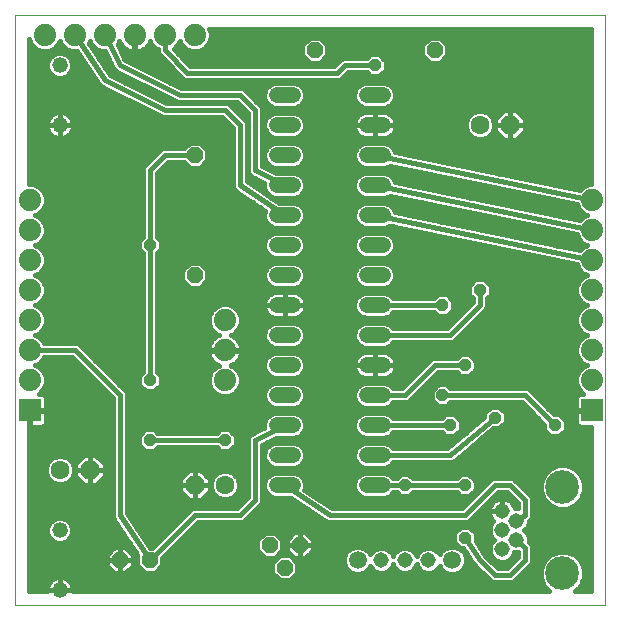
<source format=gbl>
G75*
%MOIN*%
%OFA0B0*%
%FSLAX25Y25*%
%IPPOS*%
%LPD*%
%AMOC8*
5,1,8,0,0,1.08239X$1,22.5*
%
%ADD10C,0.00000*%
%ADD11OC8,0.06300*%
%ADD12C,0.06300*%
%ADD13C,0.07400*%
%ADD14R,0.07400X0.07400*%
%ADD15OC8,0.05200*%
%ADD16C,0.05200*%
%ADD17C,0.05200*%
%ADD18C,0.05150*%
%ADD19C,0.05937*%
%ADD20C,0.11220*%
%ADD21OC8,0.03962*%
%ADD22C,0.01600*%
D10*
X0001800Y0007904D02*
X0001800Y0204754D01*
X0198650Y0204754D01*
X0198650Y0007904D01*
X0001800Y0007904D01*
D11*
X0026800Y0052904D03*
X0061800Y0047904D03*
X0166800Y0167904D03*
D12*
X0156800Y0167904D03*
X0071800Y0047904D03*
X0016800Y0052904D03*
D13*
X0006800Y0082904D03*
X0006800Y0092904D03*
X0006800Y0102904D03*
X0006800Y0112904D03*
X0006800Y0122904D03*
X0006800Y0132904D03*
X0006800Y0142904D03*
X0011800Y0197904D03*
X0021800Y0197904D03*
X0031800Y0197904D03*
X0041800Y0197904D03*
X0051800Y0197904D03*
X0061800Y0197904D03*
X0071800Y0102904D03*
X0071800Y0092904D03*
X0071800Y0082904D03*
X0194300Y0082904D03*
X0194300Y0092904D03*
X0194300Y0102904D03*
X0194300Y0112904D03*
X0194300Y0122904D03*
X0194300Y0132904D03*
X0194300Y0142904D03*
D14*
X0194300Y0072904D03*
X0006800Y0072904D03*
D15*
X0036800Y0022904D03*
X0046800Y0022904D03*
X0086800Y0027904D03*
X0091800Y0020404D03*
X0096800Y0027904D03*
X0061800Y0117904D03*
X0061800Y0157904D03*
X0101800Y0192904D03*
X0141800Y0192904D03*
D16*
X0124400Y0177904D02*
X0119200Y0177904D01*
X0119200Y0167904D02*
X0124400Y0167904D01*
X0124400Y0157904D02*
X0119200Y0157904D01*
X0119200Y0147904D02*
X0124400Y0147904D01*
X0124400Y0137904D02*
X0119200Y0137904D01*
X0119200Y0127904D02*
X0124400Y0127904D01*
X0124400Y0117904D02*
X0119200Y0117904D01*
X0119200Y0107904D02*
X0124400Y0107904D01*
X0124400Y0097904D02*
X0119200Y0097904D01*
X0119200Y0087904D02*
X0124400Y0087904D01*
X0124400Y0077904D02*
X0119200Y0077904D01*
X0119200Y0067904D02*
X0124400Y0067904D01*
X0124400Y0057904D02*
X0119200Y0057904D01*
X0119200Y0047904D02*
X0124400Y0047904D01*
X0094400Y0047904D02*
X0089200Y0047904D01*
X0089200Y0057904D02*
X0094400Y0057904D01*
X0094400Y0067904D02*
X0089200Y0067904D01*
X0089200Y0077904D02*
X0094400Y0077904D01*
X0094400Y0087904D02*
X0089200Y0087904D01*
X0089200Y0097904D02*
X0094400Y0097904D01*
X0094400Y0107904D02*
X0089200Y0107904D01*
X0089200Y0117904D02*
X0094400Y0117904D01*
X0094400Y0127904D02*
X0089200Y0127904D01*
X0089200Y0137904D02*
X0094400Y0137904D01*
X0094400Y0147904D02*
X0089200Y0147904D01*
X0089200Y0157904D02*
X0094400Y0157904D01*
X0094400Y0167904D02*
X0089200Y0167904D01*
X0089200Y0177904D02*
X0094400Y0177904D01*
D17*
X0016800Y0187904D03*
X0016800Y0167904D03*
X0016800Y0032904D03*
X0016800Y0012904D03*
D18*
X0123926Y0022904D03*
X0131800Y0022904D03*
X0139674Y0022904D03*
X0164221Y0026604D03*
X0168946Y0029754D03*
X0164221Y0032904D03*
X0168946Y0036053D03*
X0164221Y0039203D03*
D19*
X0147548Y0022904D03*
X0116052Y0022904D03*
D20*
X0184300Y0018533D03*
X0184300Y0047274D03*
D21*
X0181800Y0067904D03*
X0161800Y0070404D03*
X0146800Y0067904D03*
X0144300Y0077904D03*
X0151800Y0087904D03*
X0144300Y0107904D03*
X0156800Y0112904D03*
X0151800Y0047904D03*
X0151800Y0030404D03*
X0131800Y0047904D03*
X0071800Y0062904D03*
X0046800Y0062904D03*
X0046800Y0082904D03*
X0046800Y0127904D03*
X0121800Y0187904D03*
D22*
X0111800Y0187904D01*
X0109300Y0185404D01*
X0059300Y0185404D01*
X0051800Y0192904D01*
X0051800Y0197904D01*
X0046915Y0195847D02*
X0047307Y0194901D01*
X0048798Y0193410D01*
X0049400Y0193161D01*
X0049400Y0192426D01*
X0049765Y0191544D01*
X0050441Y0190869D01*
X0057941Y0183369D01*
X0058823Y0183004D01*
X0109777Y0183004D01*
X0110659Y0183369D01*
X0111335Y0184044D01*
X0112794Y0185504D01*
X0119136Y0185504D01*
X0120317Y0184322D01*
X0123283Y0184322D01*
X0125381Y0186420D01*
X0125381Y0189387D01*
X0123283Y0191485D01*
X0120317Y0191485D01*
X0119136Y0190304D01*
X0111323Y0190304D01*
X0110441Y0189938D01*
X0108306Y0187804D01*
X0060294Y0187804D01*
X0054721Y0193377D01*
X0054802Y0193410D01*
X0056293Y0194901D01*
X0056800Y0196125D01*
X0057307Y0194901D01*
X0058798Y0193410D01*
X0060746Y0192604D01*
X0062854Y0192604D01*
X0064802Y0193410D01*
X0066293Y0194901D01*
X0067100Y0196849D01*
X0067100Y0198958D01*
X0066687Y0199954D01*
X0193850Y0199954D01*
X0193850Y0148204D01*
X0193246Y0148204D01*
X0191298Y0147397D01*
X0190120Y0146219D01*
X0128506Y0158967D01*
X0127961Y0160283D01*
X0126779Y0161464D01*
X0125235Y0162104D01*
X0118365Y0162104D01*
X0116821Y0161464D01*
X0115639Y0160283D01*
X0115000Y0158739D01*
X0115000Y0157068D01*
X0115639Y0155524D01*
X0116821Y0154343D01*
X0118365Y0153704D01*
X0125235Y0153704D01*
X0126779Y0154343D01*
X0126845Y0154409D01*
X0189136Y0141521D01*
X0189807Y0139901D01*
X0191298Y0138410D01*
X0192522Y0137904D01*
X0191298Y0137397D01*
X0190120Y0136219D01*
X0128506Y0148967D01*
X0127961Y0150283D01*
X0126779Y0151464D01*
X0125235Y0152104D01*
X0118365Y0152104D01*
X0116821Y0151464D01*
X0115639Y0150283D01*
X0115000Y0148739D01*
X0115000Y0147068D01*
X0115639Y0145524D01*
X0116821Y0144343D01*
X0118365Y0143704D01*
X0125235Y0143704D01*
X0126779Y0144343D01*
X0126845Y0144409D01*
X0189136Y0131521D01*
X0189807Y0129901D01*
X0191298Y0128410D01*
X0192522Y0127904D01*
X0191298Y0127397D01*
X0190120Y0126219D01*
X0128506Y0138967D01*
X0127961Y0140283D01*
X0126779Y0141464D01*
X0125235Y0142104D01*
X0118365Y0142104D01*
X0116821Y0141464D01*
X0115639Y0140283D01*
X0115000Y0138739D01*
X0115000Y0137068D01*
X0115639Y0135524D01*
X0116821Y0134343D01*
X0118365Y0133704D01*
X0125235Y0133704D01*
X0126779Y0134343D01*
X0126845Y0134409D01*
X0189136Y0121521D01*
X0189807Y0119901D01*
X0191298Y0118410D01*
X0192522Y0117904D01*
X0191298Y0117397D01*
X0189807Y0115906D01*
X0189000Y0113958D01*
X0189000Y0111849D01*
X0189807Y0109901D01*
X0191298Y0108410D01*
X0192522Y0107904D01*
X0191298Y0107397D01*
X0189807Y0105906D01*
X0189000Y0103958D01*
X0189000Y0101849D01*
X0189807Y0099901D01*
X0191298Y0098410D01*
X0192522Y0097904D01*
X0191298Y0097397D01*
X0189807Y0095906D01*
X0189000Y0093958D01*
X0189000Y0091849D01*
X0189807Y0089901D01*
X0191298Y0088410D01*
X0192522Y0087904D01*
X0191298Y0087397D01*
X0189807Y0085906D01*
X0189000Y0083958D01*
X0189000Y0081849D01*
X0189807Y0079901D01*
X0191298Y0078410D01*
X0191314Y0078404D01*
X0190363Y0078404D01*
X0189905Y0078281D01*
X0189495Y0078044D01*
X0189160Y0077709D01*
X0188923Y0077298D01*
X0188800Y0076841D01*
X0188800Y0073104D01*
X0193850Y0073104D01*
X0193850Y0072704D01*
X0188800Y0072704D01*
X0188800Y0068967D01*
X0188923Y0068509D01*
X0189160Y0068098D01*
X0189495Y0067763D01*
X0189905Y0067526D01*
X0190363Y0067404D01*
X0193850Y0067404D01*
X0193850Y0012704D01*
X0188667Y0012704D01*
X0190413Y0014449D01*
X0191510Y0017099D01*
X0191510Y0019968D01*
X0190413Y0022618D01*
X0188384Y0024646D01*
X0185734Y0025744D01*
X0182866Y0025744D01*
X0180216Y0024646D01*
X0178187Y0022618D01*
X0177090Y0019968D01*
X0177090Y0017099D01*
X0178187Y0014449D01*
X0179933Y0012704D01*
X0021200Y0012704D01*
X0021200Y0012903D01*
X0016800Y0012903D01*
X0012400Y0012903D01*
X0012400Y0012704D01*
X0006600Y0012704D01*
X0006600Y0072703D01*
X0007000Y0072703D01*
X0007000Y0067404D01*
X0010737Y0067404D01*
X0011195Y0067526D01*
X0011605Y0067763D01*
X0011940Y0068098D01*
X0012177Y0068509D01*
X0012300Y0068967D01*
X0012300Y0072704D01*
X0007000Y0072704D01*
X0007000Y0073104D01*
X0012300Y0073104D01*
X0012300Y0076841D01*
X0012177Y0077298D01*
X0011940Y0077709D01*
X0011605Y0078044D01*
X0011195Y0078281D01*
X0010737Y0078404D01*
X0009786Y0078404D01*
X0009802Y0078410D01*
X0011293Y0079901D01*
X0012100Y0081849D01*
X0012100Y0083958D01*
X0011293Y0085906D01*
X0009802Y0087397D01*
X0008578Y0087904D01*
X0009802Y0088410D01*
X0011293Y0089901D01*
X0011543Y0090504D01*
X0020806Y0090504D01*
X0034400Y0076909D01*
X0034400Y0038141D01*
X0034353Y0037906D01*
X0034400Y0037668D01*
X0034400Y0037426D01*
X0034492Y0037205D01*
X0034538Y0036969D01*
X0034673Y0036768D01*
X0034765Y0036544D01*
X0034935Y0036375D01*
X0042693Y0024737D01*
X0042600Y0024643D01*
X0042600Y0021164D01*
X0045060Y0018704D01*
X0048540Y0018704D01*
X0051000Y0021164D01*
X0051000Y0023709D01*
X0062794Y0035504D01*
X0077277Y0035504D01*
X0078159Y0035869D01*
X0078835Y0036544D01*
X0083835Y0041544D01*
X0084200Y0042426D01*
X0084200Y0061420D01*
X0088767Y0063704D01*
X0095235Y0063704D01*
X0096779Y0064343D01*
X0097961Y0065524D01*
X0098600Y0067068D01*
X0098600Y0068739D01*
X0097961Y0070283D01*
X0096779Y0071464D01*
X0095235Y0072104D01*
X0088365Y0072104D01*
X0086821Y0071464D01*
X0085639Y0070283D01*
X0085000Y0068739D01*
X0085000Y0067187D01*
X0080803Y0065088D01*
X0080441Y0064938D01*
X0080378Y0064876D01*
X0080300Y0064837D01*
X0080043Y0064540D01*
X0079765Y0064263D01*
X0079732Y0064182D01*
X0079674Y0064115D01*
X0079550Y0063743D01*
X0079400Y0063381D01*
X0079400Y0063293D01*
X0079372Y0063210D01*
X0079400Y0062818D01*
X0079400Y0043898D01*
X0075806Y0040304D01*
X0061323Y0040304D01*
X0060441Y0039938D01*
X0059765Y0039263D01*
X0047606Y0027104D01*
X0046884Y0027104D01*
X0039200Y0038630D01*
X0039200Y0078381D01*
X0038835Y0079263D01*
X0038159Y0079938D01*
X0023835Y0094263D01*
X0023159Y0094938D01*
X0022277Y0095304D01*
X0011543Y0095304D01*
X0011293Y0095906D01*
X0009802Y0097397D01*
X0008578Y0097904D01*
X0009802Y0098410D01*
X0011293Y0099901D01*
X0012100Y0101849D01*
X0012100Y0103958D01*
X0011293Y0105906D01*
X0009802Y0107397D01*
X0008578Y0107904D01*
X0009802Y0108410D01*
X0011293Y0109901D01*
X0012100Y0111849D01*
X0012100Y0113958D01*
X0011293Y0115906D01*
X0009802Y0117397D01*
X0008578Y0117904D01*
X0009802Y0118410D01*
X0011293Y0119901D01*
X0012100Y0121849D01*
X0012100Y0123958D01*
X0011293Y0125906D01*
X0009802Y0127397D01*
X0008578Y0127904D01*
X0009802Y0128410D01*
X0011293Y0129901D01*
X0012100Y0131849D01*
X0012100Y0133958D01*
X0011293Y0135906D01*
X0009802Y0137397D01*
X0008578Y0137904D01*
X0009802Y0138410D01*
X0011293Y0139901D01*
X0012100Y0141849D01*
X0012100Y0143958D01*
X0011293Y0145906D01*
X0009802Y0147397D01*
X0007854Y0148204D01*
X0006600Y0148204D01*
X0006600Y0196608D01*
X0007307Y0194901D01*
X0008798Y0193410D01*
X0010746Y0192604D01*
X0012854Y0192604D01*
X0014802Y0193410D01*
X0016293Y0194901D01*
X0016800Y0196125D01*
X0017307Y0194901D01*
X0018798Y0193410D01*
X0020746Y0192604D01*
X0022449Y0192604D01*
X0029625Y0181840D01*
X0029674Y0181692D01*
X0029887Y0181446D01*
X0030068Y0181175D01*
X0030197Y0181088D01*
X0030300Y0180970D01*
X0030591Y0180825D01*
X0030861Y0180644D01*
X0031014Y0180613D01*
X0050378Y0170931D01*
X0050441Y0170869D01*
X0050803Y0170719D01*
X0051154Y0170543D01*
X0051241Y0170537D01*
X0051323Y0170504D01*
X0051715Y0170504D01*
X0052106Y0170476D01*
X0052189Y0170504D01*
X0070806Y0170504D01*
X0074400Y0166909D01*
X0074400Y0148139D01*
X0074353Y0147901D01*
X0074400Y0147666D01*
X0074400Y0147426D01*
X0074493Y0147202D01*
X0074540Y0146965D01*
X0074674Y0146766D01*
X0074765Y0146544D01*
X0074937Y0146373D01*
X0075072Y0146171D01*
X0075271Y0146038D01*
X0075441Y0145869D01*
X0075664Y0145776D01*
X0085264Y0139376D01*
X0085000Y0138739D01*
X0085000Y0137068D01*
X0085639Y0135524D01*
X0086821Y0134343D01*
X0088365Y0133704D01*
X0095235Y0133704D01*
X0096779Y0134343D01*
X0097961Y0135524D01*
X0098600Y0137068D01*
X0098600Y0138739D01*
X0097961Y0140283D01*
X0096779Y0141464D01*
X0095235Y0142104D01*
X0089827Y0142104D01*
X0079200Y0149188D01*
X0079200Y0168381D01*
X0078835Y0169263D01*
X0078159Y0169938D01*
X0073159Y0174938D01*
X0072277Y0175304D01*
X0052367Y0175304D01*
X0033443Y0184765D01*
X0026444Y0195265D01*
X0026800Y0196125D01*
X0027307Y0194901D01*
X0028798Y0193410D01*
X0030746Y0192604D01*
X0031767Y0192604D01*
X0034577Y0186983D01*
X0034674Y0186692D01*
X0034789Y0186560D01*
X0034867Y0186403D01*
X0035099Y0186202D01*
X0035300Y0185970D01*
X0035456Y0185892D01*
X0035588Y0185778D01*
X0035879Y0185681D01*
X0055378Y0175931D01*
X0055441Y0175869D01*
X0055803Y0175719D01*
X0056154Y0175543D01*
X0056241Y0175537D01*
X0056323Y0175504D01*
X0056715Y0175504D01*
X0057106Y0175476D01*
X0057189Y0175504D01*
X0075806Y0175504D01*
X0079400Y0171909D01*
X0079400Y0152989D01*
X0079372Y0152597D01*
X0079400Y0152514D01*
X0079400Y0152426D01*
X0079550Y0152064D01*
X0079674Y0151692D01*
X0079732Y0151625D01*
X0079765Y0151544D01*
X0080043Y0151267D01*
X0080300Y0150970D01*
X0080378Y0150931D01*
X0080441Y0150869D01*
X0080803Y0150719D01*
X0085000Y0148620D01*
X0085000Y0147068D01*
X0085639Y0145524D01*
X0086821Y0144343D01*
X0088365Y0143704D01*
X0095235Y0143704D01*
X0096779Y0144343D01*
X0097961Y0145524D01*
X0098600Y0147068D01*
X0098600Y0148739D01*
X0097961Y0150283D01*
X0096779Y0151464D01*
X0095235Y0152104D01*
X0088767Y0152104D01*
X0084200Y0154387D01*
X0084200Y0173381D01*
X0083835Y0174263D01*
X0083159Y0174938D01*
X0078159Y0179938D01*
X0077277Y0180304D01*
X0057367Y0180304D01*
X0038589Y0189692D01*
X0036087Y0194696D01*
X0036293Y0194901D01*
X0036685Y0195847D01*
X0036703Y0195792D01*
X0037096Y0195021D01*
X0037605Y0194321D01*
X0038217Y0193708D01*
X0038917Y0193200D01*
X0039689Y0192806D01*
X0040512Y0192539D01*
X0041367Y0192404D01*
X0041600Y0192404D01*
X0041600Y0197703D01*
X0042000Y0197703D01*
X0042000Y0192404D01*
X0042233Y0192404D01*
X0043088Y0192539D01*
X0043911Y0192806D01*
X0044683Y0193200D01*
X0045383Y0193708D01*
X0045995Y0194321D01*
X0046504Y0195021D01*
X0046897Y0195792D01*
X0046915Y0195847D01*
X0047295Y0194929D02*
X0046437Y0194929D01*
X0044863Y0193331D02*
X0048990Y0193331D01*
X0049687Y0191732D02*
X0037569Y0191732D01*
X0038368Y0190134D02*
X0051176Y0190134D01*
X0052774Y0188535D02*
X0040903Y0188535D01*
X0044100Y0186937D02*
X0054373Y0186937D01*
X0055971Y0185338D02*
X0047297Y0185338D01*
X0050494Y0183740D02*
X0057570Y0183740D01*
X0056888Y0180543D02*
X0085900Y0180543D01*
X0085639Y0180283D02*
X0085000Y0178739D01*
X0085000Y0177068D01*
X0085639Y0175524D01*
X0086821Y0174343D01*
X0088365Y0173704D01*
X0095235Y0173704D01*
X0096779Y0174343D01*
X0097961Y0175524D01*
X0098600Y0177068D01*
X0098600Y0178739D01*
X0097961Y0180283D01*
X0096779Y0181464D01*
X0095235Y0182104D01*
X0088365Y0182104D01*
X0086821Y0181464D01*
X0085639Y0180283D01*
X0085085Y0178944D02*
X0079153Y0178944D01*
X0080752Y0177346D02*
X0085000Y0177346D01*
X0085547Y0175747D02*
X0082350Y0175747D01*
X0083882Y0174149D02*
X0087290Y0174149D01*
X0088365Y0172104D02*
X0086821Y0171464D01*
X0085639Y0170283D01*
X0085000Y0168739D01*
X0085000Y0167068D01*
X0085639Y0165524D01*
X0086821Y0164343D01*
X0088365Y0163704D01*
X0095235Y0163704D01*
X0096779Y0164343D01*
X0097961Y0165524D01*
X0098600Y0167068D01*
X0098600Y0168739D01*
X0097961Y0170283D01*
X0096779Y0171464D01*
X0095235Y0172104D01*
X0088365Y0172104D01*
X0086308Y0170952D02*
X0084200Y0170952D01*
X0084200Y0172550D02*
X0155606Y0172550D01*
X0155855Y0172654D02*
X0154109Y0171930D01*
X0152773Y0170594D01*
X0152050Y0168848D01*
X0152050Y0166959D01*
X0152773Y0165213D01*
X0154109Y0163877D01*
X0155855Y0163154D01*
X0157745Y0163154D01*
X0159491Y0163877D01*
X0160827Y0165213D01*
X0161550Y0166959D01*
X0161550Y0168848D01*
X0160827Y0170594D01*
X0159491Y0171930D01*
X0157745Y0172654D01*
X0155855Y0172654D01*
X0157994Y0172550D02*
X0164446Y0172550D01*
X0164750Y0172854D02*
X0161850Y0169954D01*
X0161850Y0167904D01*
X0166800Y0167904D01*
X0166800Y0172854D01*
X0164750Y0172854D01*
X0166800Y0172854D02*
X0168850Y0172854D01*
X0171750Y0169954D01*
X0171750Y0167904D01*
X0166800Y0167904D01*
X0166800Y0167904D01*
X0166800Y0172854D01*
X0166800Y0172550D02*
X0166800Y0172550D01*
X0166800Y0170952D02*
X0166800Y0170952D01*
X0166800Y0169353D02*
X0166800Y0169353D01*
X0166800Y0167904D02*
X0166800Y0167903D01*
X0166800Y0162954D01*
X0168850Y0162954D01*
X0171750Y0165853D01*
X0171750Y0167903D01*
X0166800Y0167903D01*
X0166800Y0167903D01*
X0166800Y0162954D01*
X0164750Y0162954D01*
X0161850Y0165853D01*
X0161850Y0167903D01*
X0166800Y0167903D01*
X0166800Y0167904D01*
X0166800Y0167755D02*
X0166800Y0167755D01*
X0166800Y0166156D02*
X0166800Y0166156D01*
X0166800Y0164558D02*
X0166800Y0164558D01*
X0166800Y0162959D02*
X0166800Y0162959D01*
X0168856Y0162959D02*
X0193850Y0162959D01*
X0193850Y0161361D02*
X0126883Y0161361D01*
X0128176Y0159762D02*
X0193850Y0159762D01*
X0193850Y0158164D02*
X0132389Y0158164D01*
X0131876Y0153368D02*
X0086237Y0153368D01*
X0086821Y0154343D02*
X0088365Y0153704D01*
X0095235Y0153704D01*
X0096779Y0154343D01*
X0097961Y0155524D01*
X0098600Y0157068D01*
X0098600Y0158739D01*
X0097961Y0160283D01*
X0096779Y0161464D01*
X0095235Y0162104D01*
X0088365Y0162104D01*
X0086821Y0161464D01*
X0085639Y0160283D01*
X0085000Y0158739D01*
X0085000Y0157068D01*
X0085639Y0155524D01*
X0086821Y0154343D01*
X0086197Y0154967D02*
X0084200Y0154967D01*
X0084200Y0156565D02*
X0085208Y0156565D01*
X0085000Y0158164D02*
X0084200Y0158164D01*
X0084200Y0159762D02*
X0085424Y0159762D01*
X0084200Y0161361D02*
X0086717Y0161361D01*
X0084200Y0162959D02*
X0164744Y0162959D01*
X0163146Y0164558D02*
X0160172Y0164558D01*
X0161218Y0166156D02*
X0161850Y0166156D01*
X0161850Y0167755D02*
X0161550Y0167755D01*
X0161341Y0169353D02*
X0161850Y0169353D01*
X0162848Y0170952D02*
X0160469Y0170952D01*
X0153131Y0170952D02*
X0127574Y0170952D01*
X0127756Y0170770D02*
X0127266Y0171260D01*
X0126706Y0171667D01*
X0126089Y0171981D01*
X0125430Y0172195D01*
X0124746Y0172304D01*
X0121800Y0172304D01*
X0118854Y0172304D01*
X0118170Y0172195D01*
X0117511Y0171981D01*
X0116894Y0171667D01*
X0116334Y0171260D01*
X0115844Y0170770D01*
X0115437Y0170210D01*
X0115122Y0169593D01*
X0114908Y0168934D01*
X0114800Y0168250D01*
X0114800Y0167904D01*
X0121800Y0167904D01*
X0121800Y0172304D01*
X0121800Y0167904D01*
X0121800Y0167904D01*
X0121800Y0167903D01*
X0121800Y0163504D01*
X0124746Y0163504D01*
X0125430Y0163612D01*
X0126089Y0163826D01*
X0126706Y0164140D01*
X0127266Y0164547D01*
X0127756Y0165037D01*
X0128163Y0165597D01*
X0128478Y0166215D01*
X0128692Y0166873D01*
X0128800Y0167557D01*
X0128800Y0167903D01*
X0121800Y0167903D01*
X0121800Y0167903D01*
X0121800Y0163504D01*
X0118854Y0163504D01*
X0118170Y0163612D01*
X0117511Y0163826D01*
X0116894Y0164140D01*
X0116334Y0164547D01*
X0115844Y0165037D01*
X0115437Y0165597D01*
X0115122Y0166215D01*
X0114908Y0166873D01*
X0114800Y0167557D01*
X0114800Y0167903D01*
X0121800Y0167903D01*
X0121800Y0167904D01*
X0128800Y0167904D01*
X0128800Y0168250D01*
X0128692Y0168934D01*
X0128478Y0169593D01*
X0128163Y0170210D01*
X0127756Y0170770D01*
X0128555Y0169353D02*
X0152259Y0169353D01*
X0152050Y0167755D02*
X0128800Y0167755D01*
X0128448Y0166156D02*
X0152382Y0166156D01*
X0153428Y0164558D02*
X0127277Y0164558D01*
X0121800Y0164558D02*
X0121800Y0164558D01*
X0121800Y0166156D02*
X0121800Y0166156D01*
X0121800Y0167755D02*
X0121800Y0167755D01*
X0121800Y0169353D02*
X0121800Y0169353D01*
X0121800Y0170952D02*
X0121800Y0170952D01*
X0125235Y0173704D02*
X0126779Y0174343D01*
X0127961Y0175524D01*
X0128600Y0177068D01*
X0128600Y0178739D01*
X0127961Y0180283D01*
X0126779Y0181464D01*
X0125235Y0182104D01*
X0118365Y0182104D01*
X0116821Y0181464D01*
X0115639Y0180283D01*
X0115000Y0178739D01*
X0115000Y0177068D01*
X0115639Y0175524D01*
X0116821Y0174343D01*
X0118365Y0173704D01*
X0125235Y0173704D01*
X0126310Y0174149D02*
X0193850Y0174149D01*
X0193850Y0175747D02*
X0128053Y0175747D01*
X0128600Y0177346D02*
X0193850Y0177346D01*
X0193850Y0178944D02*
X0128515Y0178944D01*
X0127700Y0180543D02*
X0193850Y0180543D01*
X0193850Y0182141D02*
X0053691Y0182141D01*
X0052549Y0177346D02*
X0048282Y0177346D01*
X0049352Y0178944D02*
X0045085Y0178944D01*
X0046155Y0180543D02*
X0041888Y0180543D01*
X0042958Y0182141D02*
X0038691Y0182141D01*
X0039761Y0183740D02*
X0035494Y0183740D01*
X0036564Y0185338D02*
X0033061Y0185338D01*
X0031996Y0186937D02*
X0034592Y0186937D01*
X0033801Y0188535D02*
X0030930Y0188535D01*
X0029864Y0190134D02*
X0033002Y0190134D01*
X0032202Y0191732D02*
X0028799Y0191732D01*
X0028990Y0193331D02*
X0027733Y0193331D01*
X0027295Y0194929D02*
X0026667Y0194929D01*
X0023030Y0191732D02*
X0018532Y0191732D01*
X0019179Y0191464D02*
X0017635Y0192104D01*
X0015965Y0192104D01*
X0014421Y0191464D01*
X0013239Y0190283D01*
X0012600Y0188739D01*
X0012600Y0187068D01*
X0013239Y0185524D01*
X0014421Y0184343D01*
X0015965Y0183704D01*
X0017635Y0183704D01*
X0019179Y0184343D01*
X0020361Y0185524D01*
X0021000Y0187068D01*
X0021000Y0188739D01*
X0020361Y0190283D01*
X0019179Y0191464D01*
X0020422Y0190134D02*
X0024095Y0190134D01*
X0025161Y0188535D02*
X0021000Y0188535D01*
X0020946Y0186937D02*
X0026227Y0186937D01*
X0027292Y0185338D02*
X0020174Y0185338D01*
X0017723Y0183740D02*
X0028358Y0183740D01*
X0029424Y0182141D02*
X0006600Y0182141D01*
X0006600Y0180543D02*
X0031155Y0180543D01*
X0031800Y0182904D02*
X0051800Y0172904D01*
X0071800Y0172904D01*
X0076800Y0167904D01*
X0076800Y0147904D01*
X0091800Y0137904D01*
X0089714Y0142178D02*
X0137625Y0142178D01*
X0138138Y0146974D02*
X0162780Y0146974D01*
X0163293Y0151770D02*
X0193850Y0151770D01*
X0193850Y0153368D02*
X0155567Y0153368D01*
X0155054Y0148573D02*
X0130412Y0148573D01*
X0128007Y0150171D02*
X0147328Y0150171D01*
X0145864Y0145376D02*
X0170506Y0145376D01*
X0171019Y0150171D02*
X0193850Y0150171D01*
X0193850Y0148573D02*
X0178745Y0148573D01*
X0178233Y0143777D02*
X0153591Y0143777D01*
X0153078Y0138981D02*
X0128500Y0138981D01*
X0127663Y0140580D02*
X0145352Y0140580D01*
X0143888Y0135784D02*
X0168530Y0135784D01*
X0167066Y0130989D02*
X0189356Y0130989D01*
X0190318Y0129390D02*
X0174792Y0129390D01*
X0174280Y0124595D02*
X0127031Y0124595D01*
X0126779Y0124343D02*
X0127961Y0125524D01*
X0128600Y0127068D01*
X0128600Y0128739D01*
X0127961Y0130283D01*
X0126779Y0131464D01*
X0125235Y0132104D01*
X0118365Y0132104D01*
X0116821Y0131464D01*
X0115639Y0130283D01*
X0115000Y0128739D01*
X0115000Y0127068D01*
X0115639Y0125524D01*
X0116821Y0124343D01*
X0118365Y0123704D01*
X0125235Y0123704D01*
X0126779Y0124343D01*
X0128238Y0126193D02*
X0166553Y0126193D01*
X0158827Y0127792D02*
X0128600Y0127792D01*
X0128330Y0129390D02*
X0151101Y0129390D01*
X0151614Y0134186D02*
X0176256Y0134186D01*
X0176769Y0138981D02*
X0190727Y0138981D01*
X0191284Y0137383D02*
X0184495Y0137383D01*
X0183982Y0132587D02*
X0159340Y0132587D01*
X0160804Y0137383D02*
X0136162Y0137383D01*
X0135649Y0132587D02*
X0049200Y0132587D01*
X0049200Y0130989D02*
X0086346Y0130989D01*
X0086821Y0131464D02*
X0085639Y0130283D01*
X0085000Y0128739D01*
X0085000Y0127068D01*
X0085639Y0125524D01*
X0086821Y0124343D01*
X0088365Y0123704D01*
X0095235Y0123704D01*
X0096779Y0124343D01*
X0097961Y0125524D01*
X0098600Y0127068D01*
X0098600Y0128739D01*
X0097961Y0130283D01*
X0096779Y0131464D01*
X0095235Y0132104D01*
X0088365Y0132104D01*
X0086821Y0131464D01*
X0085270Y0129390D02*
X0050378Y0129390D01*
X0050381Y0129387D02*
X0049200Y0130568D01*
X0049200Y0151909D01*
X0052794Y0155504D01*
X0058260Y0155504D01*
X0060060Y0153704D01*
X0063540Y0153704D01*
X0066000Y0156164D01*
X0066000Y0159643D01*
X0063540Y0162104D01*
X0060060Y0162104D01*
X0058260Y0160304D01*
X0051323Y0160304D01*
X0050441Y0159938D01*
X0049765Y0159263D01*
X0045441Y0154938D01*
X0044765Y0154263D01*
X0044400Y0153381D01*
X0044400Y0130568D01*
X0043219Y0129387D01*
X0043219Y0126420D01*
X0044400Y0125239D01*
X0044400Y0085568D01*
X0043219Y0084387D01*
X0043219Y0081420D01*
X0045317Y0079322D01*
X0048283Y0079322D01*
X0050381Y0081420D01*
X0050381Y0084387D01*
X0049200Y0085568D01*
X0049200Y0125239D01*
X0050381Y0126420D01*
X0050381Y0129387D01*
X0050381Y0127792D02*
X0085000Y0127792D01*
X0085362Y0126193D02*
X0050154Y0126193D01*
X0049200Y0124595D02*
X0086569Y0124595D01*
X0088365Y0122104D02*
X0086821Y0121464D01*
X0085639Y0120283D01*
X0085000Y0118739D01*
X0085000Y0117068D01*
X0085639Y0115524D01*
X0086821Y0114343D01*
X0088365Y0113704D01*
X0095235Y0113704D01*
X0096779Y0114343D01*
X0097961Y0115524D01*
X0098600Y0117068D01*
X0098600Y0118739D01*
X0097961Y0120283D01*
X0096779Y0121464D01*
X0095235Y0122104D01*
X0088365Y0122104D01*
X0086755Y0121398D02*
X0064245Y0121398D01*
X0063540Y0122104D02*
X0060060Y0122104D01*
X0057600Y0119643D01*
X0057600Y0116164D01*
X0060060Y0113704D01*
X0063540Y0113704D01*
X0066000Y0116164D01*
X0066000Y0119643D01*
X0063540Y0122104D01*
X0065844Y0119799D02*
X0085439Y0119799D01*
X0085000Y0118201D02*
X0066000Y0118201D01*
X0066000Y0116602D02*
X0085193Y0116602D01*
X0086160Y0115004D02*
X0064840Y0115004D01*
X0058760Y0115004D02*
X0049200Y0115004D01*
X0049200Y0116602D02*
X0057600Y0116602D01*
X0057600Y0118201D02*
X0049200Y0118201D01*
X0049200Y0119799D02*
X0057756Y0119799D01*
X0059355Y0121398D02*
X0049200Y0121398D01*
X0049200Y0122996D02*
X0182006Y0122996D01*
X0182519Y0127792D02*
X0192252Y0127792D01*
X0194300Y0132904D02*
X0121800Y0147904D01*
X0125413Y0143777D02*
X0129899Y0143777D01*
X0126042Y0151770D02*
X0139602Y0151770D01*
X0140115Y0156565D02*
X0193850Y0156565D01*
X0193850Y0154967D02*
X0147841Y0154967D01*
X0161317Y0142178D02*
X0185959Y0142178D01*
X0189526Y0140580D02*
X0169043Y0140580D01*
X0186472Y0146974D02*
X0190875Y0146974D01*
X0194300Y0142904D02*
X0121800Y0157904D01*
X0116717Y0161361D02*
X0096883Y0161361D01*
X0098176Y0159762D02*
X0115424Y0159762D01*
X0115000Y0158164D02*
X0098600Y0158164D01*
X0098392Y0156565D02*
X0115208Y0156565D01*
X0116197Y0154967D02*
X0097403Y0154967D01*
X0096042Y0151770D02*
X0117558Y0151770D01*
X0115593Y0150171D02*
X0098007Y0150171D01*
X0098600Y0148573D02*
X0115000Y0148573D01*
X0115039Y0146974D02*
X0098561Y0146974D01*
X0097812Y0145376D02*
X0115788Y0145376D01*
X0118187Y0143777D02*
X0095413Y0143777D01*
X0097663Y0140580D02*
X0115937Y0140580D01*
X0115100Y0138981D02*
X0098500Y0138981D01*
X0098600Y0137383D02*
X0115000Y0137383D01*
X0115532Y0135784D02*
X0098068Y0135784D01*
X0096400Y0134186D02*
X0117200Y0134186D01*
X0116346Y0130989D02*
X0097254Y0130989D01*
X0098330Y0129390D02*
X0115270Y0129390D01*
X0115000Y0127792D02*
X0098600Y0127792D01*
X0098238Y0126193D02*
X0115362Y0126193D01*
X0116569Y0124595D02*
X0097031Y0124595D01*
X0096845Y0121398D02*
X0116755Y0121398D01*
X0116821Y0121464D02*
X0115639Y0120283D01*
X0115000Y0118739D01*
X0115000Y0117068D01*
X0115639Y0115524D01*
X0116821Y0114343D01*
X0118365Y0113704D01*
X0125235Y0113704D01*
X0126779Y0114343D01*
X0127961Y0115524D01*
X0128600Y0117068D01*
X0128600Y0118739D01*
X0127961Y0120283D01*
X0126779Y0121464D01*
X0125235Y0122104D01*
X0118365Y0122104D01*
X0116821Y0121464D01*
X0115439Y0119799D02*
X0098161Y0119799D01*
X0098600Y0118201D02*
X0115000Y0118201D01*
X0115193Y0116602D02*
X0098407Y0116602D01*
X0097440Y0115004D02*
X0116160Y0115004D01*
X0117648Y0111807D02*
X0096431Y0111807D01*
X0096706Y0111667D02*
X0096089Y0111981D01*
X0095430Y0112195D01*
X0094746Y0112304D01*
X0091800Y0112304D01*
X0088854Y0112304D01*
X0088170Y0112195D01*
X0087511Y0111981D01*
X0086894Y0111667D01*
X0086334Y0111260D01*
X0085844Y0110770D01*
X0085437Y0110210D01*
X0085122Y0109593D01*
X0084908Y0108934D01*
X0084800Y0108250D01*
X0084800Y0107904D01*
X0091800Y0107904D01*
X0091800Y0112304D01*
X0091800Y0107904D01*
X0091800Y0107904D01*
X0091800Y0107903D01*
X0091800Y0103504D01*
X0094746Y0103504D01*
X0095430Y0103612D01*
X0096089Y0103826D01*
X0096706Y0104140D01*
X0097266Y0104547D01*
X0097756Y0105037D01*
X0098163Y0105597D01*
X0098478Y0106215D01*
X0098692Y0106873D01*
X0098800Y0107557D01*
X0098800Y0107903D01*
X0091800Y0107903D01*
X0091800Y0107903D01*
X0091800Y0103504D01*
X0088854Y0103504D01*
X0088170Y0103612D01*
X0087511Y0103826D01*
X0086894Y0104140D01*
X0086334Y0104547D01*
X0085844Y0105037D01*
X0085437Y0105597D01*
X0085122Y0106215D01*
X0084908Y0106873D01*
X0084800Y0107557D01*
X0084800Y0107903D01*
X0091800Y0107903D01*
X0091800Y0107904D01*
X0098800Y0107904D01*
X0098800Y0108250D01*
X0098692Y0108934D01*
X0098478Y0109593D01*
X0098163Y0110210D01*
X0097756Y0110770D01*
X0097266Y0111260D01*
X0096706Y0111667D01*
X0098164Y0110208D02*
X0115609Y0110208D01*
X0115639Y0110283D02*
X0115000Y0108739D01*
X0115000Y0107068D01*
X0115639Y0105524D01*
X0116821Y0104343D01*
X0118365Y0103704D01*
X0125235Y0103704D01*
X0126779Y0104343D01*
X0127940Y0105504D01*
X0141636Y0105504D01*
X0142817Y0104322D01*
X0145783Y0104322D01*
X0147881Y0106420D01*
X0147881Y0109387D01*
X0145783Y0111485D01*
X0142817Y0111485D01*
X0141636Y0110304D01*
X0127940Y0110304D01*
X0126779Y0111464D01*
X0125235Y0112104D01*
X0118365Y0112104D01*
X0116821Y0111464D01*
X0115639Y0110283D01*
X0115000Y0108610D02*
X0098743Y0108610D01*
X0098714Y0107011D02*
X0115024Y0107011D01*
X0115751Y0105413D02*
X0098029Y0105413D01*
X0096053Y0103814D02*
X0118097Y0103814D01*
X0118365Y0102104D02*
X0116821Y0101464D01*
X0115639Y0100283D01*
X0115000Y0098739D01*
X0115000Y0097068D01*
X0115639Y0095524D01*
X0116821Y0094343D01*
X0118365Y0093704D01*
X0125235Y0093704D01*
X0126779Y0094343D01*
X0127940Y0095504D01*
X0147277Y0095504D01*
X0148159Y0095869D01*
X0158159Y0105869D01*
X0158835Y0106544D01*
X0159200Y0107426D01*
X0159200Y0110239D01*
X0160381Y0111420D01*
X0160381Y0114387D01*
X0158283Y0116485D01*
X0155317Y0116485D01*
X0153219Y0114387D01*
X0153219Y0111420D01*
X0154400Y0110239D01*
X0154400Y0108898D01*
X0145806Y0100304D01*
X0127940Y0100304D01*
X0126779Y0101464D01*
X0125235Y0102104D01*
X0118365Y0102104D01*
X0115974Y0100617D02*
X0097626Y0100617D01*
X0097961Y0100283D02*
X0096779Y0101464D01*
X0095235Y0102104D01*
X0088365Y0102104D01*
X0086821Y0101464D01*
X0085639Y0100283D01*
X0085000Y0098739D01*
X0085000Y0097068D01*
X0085639Y0095524D01*
X0086821Y0094343D01*
X0088365Y0093704D01*
X0095235Y0093704D01*
X0096779Y0094343D01*
X0097961Y0095524D01*
X0098600Y0097068D01*
X0098600Y0098739D01*
X0097961Y0100283D01*
X0098484Y0099019D02*
X0115116Y0099019D01*
X0115000Y0097420D02*
X0098600Y0097420D01*
X0098084Y0095822D02*
X0115516Y0095822D01*
X0117110Y0094223D02*
X0096490Y0094223D01*
X0095235Y0092104D02*
X0096779Y0091464D01*
X0097961Y0090283D01*
X0098600Y0088739D01*
X0098600Y0087068D01*
X0097961Y0085524D01*
X0096779Y0084343D01*
X0095235Y0083704D01*
X0088365Y0083704D01*
X0086821Y0084343D01*
X0085639Y0085524D01*
X0085000Y0087068D01*
X0085000Y0088739D01*
X0085639Y0090283D01*
X0086821Y0091464D01*
X0088365Y0092104D01*
X0095235Y0092104D01*
X0097217Y0091026D02*
X0116100Y0091026D01*
X0116334Y0091260D02*
X0115844Y0090770D01*
X0115437Y0090210D01*
X0115122Y0089593D01*
X0114908Y0088934D01*
X0114800Y0088250D01*
X0114800Y0087904D01*
X0121800Y0087904D01*
X0121800Y0092304D01*
X0118854Y0092304D01*
X0118170Y0092195D01*
X0117511Y0091981D01*
X0116894Y0091667D01*
X0116334Y0091260D01*
X0115069Y0089428D02*
X0098315Y0089428D01*
X0098600Y0087829D02*
X0114800Y0087829D01*
X0114800Y0087903D02*
X0114800Y0087557D01*
X0114908Y0086873D01*
X0115122Y0086215D01*
X0115437Y0085597D01*
X0115844Y0085037D01*
X0116334Y0084547D01*
X0116894Y0084140D01*
X0117511Y0083826D01*
X0118170Y0083612D01*
X0118854Y0083504D01*
X0121800Y0083504D01*
X0124746Y0083504D01*
X0125430Y0083612D01*
X0126089Y0083826D01*
X0126706Y0084140D01*
X0127266Y0084547D01*
X0127756Y0085037D01*
X0128163Y0085597D01*
X0128478Y0086215D01*
X0128692Y0086873D01*
X0128800Y0087557D01*
X0128800Y0087903D01*
X0121800Y0087903D01*
X0121800Y0083504D01*
X0121800Y0087903D01*
X0121800Y0087903D01*
X0114800Y0087903D01*
X0115117Y0086231D02*
X0098253Y0086231D01*
X0097068Y0084632D02*
X0116249Y0084632D01*
X0116821Y0081464D02*
X0115639Y0080283D01*
X0115000Y0078739D01*
X0115000Y0077068D01*
X0115639Y0075524D01*
X0116821Y0074343D01*
X0118365Y0073704D01*
X0125235Y0073704D01*
X0126779Y0074343D01*
X0127940Y0075504D01*
X0132277Y0075504D01*
X0133159Y0075869D01*
X0133835Y0076544D01*
X0142794Y0085504D01*
X0149136Y0085504D01*
X0150317Y0084322D01*
X0153283Y0084322D01*
X0155381Y0086420D01*
X0155381Y0089387D01*
X0153283Y0091485D01*
X0150317Y0091485D01*
X0149136Y0090304D01*
X0141323Y0090304D01*
X0140441Y0089938D01*
X0139765Y0089263D01*
X0130806Y0080304D01*
X0127940Y0080304D01*
X0126779Y0081464D01*
X0125235Y0082104D01*
X0118365Y0082104D01*
X0116821Y0081464D01*
X0116792Y0081435D02*
X0096808Y0081435D01*
X0096779Y0081464D02*
X0095235Y0082104D01*
X0088365Y0082104D01*
X0086821Y0081464D01*
X0085639Y0080283D01*
X0085000Y0078739D01*
X0085000Y0077068D01*
X0085639Y0075524D01*
X0086821Y0074343D01*
X0088365Y0073704D01*
X0095235Y0073704D01*
X0096779Y0074343D01*
X0097961Y0075524D01*
X0098600Y0077068D01*
X0098600Y0078739D01*
X0097961Y0080283D01*
X0096779Y0081464D01*
X0098145Y0079837D02*
X0115455Y0079837D01*
X0115000Y0078238D02*
X0098600Y0078238D01*
X0098422Y0076640D02*
X0115178Y0076640D01*
X0116123Y0075041D02*
X0097477Y0075041D01*
X0095862Y0071844D02*
X0117738Y0071844D01*
X0118365Y0072104D02*
X0116821Y0071464D01*
X0115639Y0070283D01*
X0115000Y0068739D01*
X0115000Y0067068D01*
X0115639Y0065524D01*
X0116821Y0064343D01*
X0118365Y0063704D01*
X0125235Y0063704D01*
X0126779Y0064343D01*
X0127940Y0065504D01*
X0144136Y0065504D01*
X0145317Y0064322D01*
X0148283Y0064322D01*
X0150381Y0066420D01*
X0150381Y0069387D01*
X0148283Y0071485D01*
X0145317Y0071485D01*
X0144136Y0070304D01*
X0127940Y0070304D01*
X0126779Y0071464D01*
X0125235Y0072104D01*
X0118365Y0072104D01*
X0115624Y0070245D02*
X0097976Y0070245D01*
X0098600Y0068647D02*
X0115000Y0068647D01*
X0115008Y0067048D02*
X0098592Y0067048D01*
X0097886Y0065450D02*
X0115714Y0065450D01*
X0118007Y0063851D02*
X0095592Y0063851D01*
X0095235Y0062104D02*
X0096779Y0061464D01*
X0097961Y0060283D01*
X0098600Y0058739D01*
X0098600Y0057068D01*
X0097961Y0055524D01*
X0096779Y0054343D01*
X0095235Y0053704D01*
X0088365Y0053704D01*
X0086821Y0054343D01*
X0085639Y0055524D01*
X0085000Y0057068D01*
X0085000Y0058739D01*
X0085639Y0060283D01*
X0086821Y0061464D01*
X0088365Y0062104D01*
X0095235Y0062104D01*
X0097589Y0060654D02*
X0116011Y0060654D01*
X0115639Y0060283D02*
X0115000Y0058739D01*
X0115000Y0057068D01*
X0115639Y0055524D01*
X0116821Y0054343D01*
X0118365Y0053704D01*
X0125235Y0053704D01*
X0126779Y0054343D01*
X0127940Y0055504D01*
X0146691Y0055504D01*
X0147058Y0055470D01*
X0147165Y0055504D01*
X0147277Y0055504D01*
X0147618Y0055645D01*
X0147970Y0055754D01*
X0148056Y0055826D01*
X0148159Y0055869D01*
X0148420Y0056130D01*
X0161252Y0066822D01*
X0163283Y0066822D01*
X0165381Y0068920D01*
X0165381Y0071887D01*
X0163283Y0073985D01*
X0160317Y0073985D01*
X0158219Y0071887D01*
X0158219Y0070543D01*
X0145931Y0060304D01*
X0127940Y0060304D01*
X0126779Y0061464D01*
X0125235Y0062104D01*
X0118365Y0062104D01*
X0116821Y0061464D01*
X0115639Y0060283D01*
X0115131Y0059056D02*
X0098469Y0059056D01*
X0098600Y0057457D02*
X0115000Y0057457D01*
X0115501Y0055859D02*
X0098099Y0055859D01*
X0096580Y0054260D02*
X0117020Y0054260D01*
X0118365Y0052104D02*
X0116821Y0051464D01*
X0115639Y0050283D01*
X0115000Y0048739D01*
X0115000Y0047068D01*
X0115639Y0045524D01*
X0116821Y0044343D01*
X0118365Y0043704D01*
X0125235Y0043704D01*
X0126779Y0044343D01*
X0127940Y0045504D01*
X0129136Y0045504D01*
X0130317Y0044322D01*
X0133283Y0044322D01*
X0134464Y0045504D01*
X0149136Y0045504D01*
X0150317Y0044322D01*
X0153283Y0044322D01*
X0155381Y0046420D01*
X0155381Y0049387D01*
X0153283Y0051485D01*
X0150317Y0051485D01*
X0149136Y0050304D01*
X0134464Y0050304D01*
X0133283Y0051485D01*
X0130317Y0051485D01*
X0129136Y0050304D01*
X0127940Y0050304D01*
X0126779Y0051464D01*
X0125235Y0052104D01*
X0118365Y0052104D01*
X0116420Y0051063D02*
X0097180Y0051063D01*
X0096779Y0051464D02*
X0097961Y0050283D01*
X0098600Y0048739D01*
X0098600Y0047068D01*
X0098336Y0046431D01*
X0107527Y0040304D01*
X0150806Y0040304D01*
X0160441Y0049938D01*
X0161323Y0050304D01*
X0167277Y0050304D01*
X0168159Y0049938D01*
X0173159Y0044938D01*
X0173159Y0044938D01*
X0173835Y0044263D01*
X0174200Y0043381D01*
X0174200Y0038123D01*
X0174247Y0037870D01*
X0174200Y0037650D01*
X0174200Y0037426D01*
X0174101Y0037188D01*
X0174048Y0036936D01*
X0173920Y0036751D01*
X0173835Y0036544D01*
X0173652Y0036362D01*
X0173506Y0036149D01*
X0173318Y0036027D01*
X0173159Y0035869D01*
X0173120Y0035853D01*
X0173120Y0035223D01*
X0172485Y0033688D01*
X0171700Y0032904D01*
X0172485Y0032119D01*
X0173120Y0030584D01*
X0173120Y0028973D01*
X0173835Y0028259D01*
X0174200Y0027377D01*
X0174200Y0022426D01*
X0173835Y0021544D01*
X0173159Y0020869D01*
X0168159Y0015869D01*
X0167277Y0015504D01*
X0161323Y0015504D01*
X0160441Y0015869D01*
X0159765Y0016544D01*
X0155269Y0021040D01*
X0155068Y0021175D01*
X0154935Y0021375D01*
X0154765Y0021544D01*
X0154673Y0021768D01*
X0151303Y0026822D01*
X0150317Y0026822D01*
X0148219Y0028920D01*
X0148219Y0031887D01*
X0150317Y0033985D01*
X0153283Y0033985D01*
X0155381Y0031887D01*
X0155381Y0029359D01*
X0158665Y0024433D01*
X0162794Y0020304D01*
X0165806Y0020304D01*
X0169400Y0023898D01*
X0169400Y0025579D01*
X0168315Y0025579D01*
X0167760Y0024239D01*
X0166586Y0023065D01*
X0165052Y0022430D01*
X0163391Y0022430D01*
X0161856Y0023065D01*
X0160682Y0024239D01*
X0160046Y0025774D01*
X0160046Y0027435D01*
X0160682Y0028969D01*
X0161467Y0029754D01*
X0160682Y0030539D01*
X0160046Y0032073D01*
X0160046Y0033734D01*
X0160682Y0035268D01*
X0161325Y0035912D01*
X0160884Y0036353D01*
X0160480Y0036910D01*
X0160167Y0037523D01*
X0159954Y0038178D01*
X0159846Y0038858D01*
X0159846Y0039203D01*
X0164221Y0039203D01*
X0164221Y0039203D01*
X0164221Y0043578D01*
X0163877Y0043578D01*
X0163197Y0043470D01*
X0162542Y0043257D01*
X0161928Y0042944D01*
X0161371Y0042540D01*
X0160884Y0042053D01*
X0160480Y0041496D01*
X0160167Y0040882D01*
X0159954Y0040227D01*
X0159846Y0039547D01*
X0159846Y0039203D01*
X0164221Y0039203D01*
X0164221Y0039203D01*
X0164221Y0043578D01*
X0164566Y0043578D01*
X0165246Y0043470D01*
X0165901Y0043257D01*
X0166514Y0042944D01*
X0167071Y0042540D01*
X0167558Y0042053D01*
X0167963Y0041496D01*
X0168276Y0040882D01*
X0168488Y0040228D01*
X0169400Y0040228D01*
X0169400Y0041909D01*
X0165806Y0045504D01*
X0162794Y0045504D01*
X0153159Y0035869D01*
X0152277Y0035504D01*
X0107038Y0035504D01*
X0106803Y0035457D01*
X0106565Y0035504D01*
X0106323Y0035504D01*
X0106101Y0035595D01*
X0105866Y0035642D01*
X0105664Y0035776D01*
X0105441Y0035869D01*
X0105271Y0036038D01*
X0093773Y0043704D01*
X0088365Y0043704D01*
X0086821Y0044343D01*
X0085639Y0045524D01*
X0085000Y0047068D01*
X0085000Y0048739D01*
X0085639Y0050283D01*
X0086821Y0051464D01*
X0088365Y0052104D01*
X0095235Y0052104D01*
X0096779Y0051464D01*
X0098299Y0049465D02*
X0115301Y0049465D01*
X0115000Y0047866D02*
X0098600Y0047866D01*
X0098580Y0046268D02*
X0115331Y0046268D01*
X0116495Y0044669D02*
X0100978Y0044669D01*
X0103376Y0043071D02*
X0153573Y0043071D01*
X0153630Y0044669D02*
X0155172Y0044669D01*
X0155229Y0046268D02*
X0156770Y0046268D01*
X0155381Y0047866D02*
X0158369Y0047866D01*
X0159967Y0049465D02*
X0155303Y0049465D01*
X0153705Y0051063D02*
X0178065Y0051063D01*
X0178187Y0051358D02*
X0177090Y0048708D01*
X0177090Y0045839D01*
X0178187Y0043189D01*
X0180216Y0041161D01*
X0182866Y0040063D01*
X0185734Y0040063D01*
X0188384Y0041161D01*
X0190413Y0043189D01*
X0191510Y0045839D01*
X0191510Y0048708D01*
X0190413Y0051358D01*
X0188384Y0053386D01*
X0185734Y0054484D01*
X0182866Y0054484D01*
X0180216Y0053386D01*
X0178187Y0051358D01*
X0179491Y0052662D02*
X0084200Y0052662D01*
X0084200Y0054260D02*
X0087020Y0054260D01*
X0085501Y0055859D02*
X0084200Y0055859D01*
X0084200Y0057457D02*
X0085000Y0057457D01*
X0085131Y0059056D02*
X0084200Y0059056D01*
X0084200Y0060654D02*
X0086011Y0060654D01*
X0085865Y0062253D02*
X0148270Y0062253D01*
X0146352Y0060654D02*
X0127589Y0060654D01*
X0125592Y0063851D02*
X0150189Y0063851D01*
X0149411Y0065450D02*
X0152107Y0065450D01*
X0150381Y0067048D02*
X0154025Y0067048D01*
X0155943Y0068647D02*
X0150381Y0068647D01*
X0149522Y0070245D02*
X0157861Y0070245D01*
X0158219Y0071844D02*
X0125862Y0071844D01*
X0127477Y0075041D02*
X0142098Y0075041D01*
X0142817Y0074322D02*
X0145783Y0074322D01*
X0146964Y0075504D01*
X0170806Y0075504D01*
X0178219Y0068091D01*
X0178219Y0066420D01*
X0180317Y0064322D01*
X0183283Y0064322D01*
X0185381Y0066420D01*
X0185381Y0069387D01*
X0183283Y0071485D01*
X0181613Y0071485D01*
X0173835Y0079263D01*
X0173159Y0079938D01*
X0172277Y0080304D01*
X0146964Y0080304D01*
X0145783Y0081485D01*
X0142817Y0081485D01*
X0140719Y0079387D01*
X0140719Y0076420D01*
X0142817Y0074322D01*
X0140719Y0076640D02*
X0133930Y0076640D01*
X0133835Y0076544D02*
X0133835Y0076544D01*
X0135529Y0078238D02*
X0140719Y0078238D01*
X0141169Y0079837D02*
X0137127Y0079837D01*
X0138726Y0081435D02*
X0142767Y0081435D01*
X0140324Y0083034D02*
X0189000Y0083034D01*
X0189172Y0081435D02*
X0145833Y0081435D01*
X0144300Y0077904D02*
X0171800Y0077904D01*
X0181800Y0067904D01*
X0184522Y0070245D02*
X0188800Y0070245D01*
X0188800Y0071844D02*
X0181254Y0071844D01*
X0179655Y0073443D02*
X0188800Y0073443D01*
X0188800Y0075041D02*
X0178057Y0075041D01*
X0176458Y0076640D02*
X0188800Y0076640D01*
X0189831Y0078238D02*
X0174860Y0078238D01*
X0173261Y0079837D02*
X0189872Y0079837D01*
X0189279Y0084632D02*
X0153593Y0084632D01*
X0155191Y0086231D02*
X0190132Y0086231D01*
X0192342Y0087829D02*
X0155381Y0087829D01*
X0155340Y0089428D02*
X0190281Y0089428D01*
X0189341Y0091026D02*
X0153742Y0091026D01*
X0151800Y0087904D02*
X0141800Y0087904D01*
X0131800Y0077904D01*
X0121800Y0077904D01*
X0126808Y0081435D02*
X0131937Y0081435D01*
X0133536Y0083034D02*
X0077100Y0083034D01*
X0077100Y0083958D02*
X0076293Y0085906D01*
X0074802Y0087397D01*
X0073856Y0087789D01*
X0073911Y0087806D01*
X0074683Y0088200D01*
X0075383Y0088708D01*
X0075995Y0089321D01*
X0076504Y0090021D01*
X0076897Y0090792D01*
X0077165Y0091616D01*
X0077300Y0092471D01*
X0077300Y0092704D01*
X0072000Y0092704D01*
X0072000Y0093104D01*
X0077300Y0093104D01*
X0077300Y0093336D01*
X0077165Y0094191D01*
X0076897Y0095015D01*
X0076504Y0095786D01*
X0075995Y0096487D01*
X0075383Y0097099D01*
X0074683Y0097608D01*
X0073911Y0098001D01*
X0073856Y0098019D01*
X0074802Y0098410D01*
X0076293Y0099901D01*
X0077100Y0101849D01*
X0077100Y0103958D01*
X0076293Y0105906D01*
X0074802Y0107397D01*
X0072854Y0108204D01*
X0070746Y0108204D01*
X0068798Y0107397D01*
X0067307Y0105906D01*
X0066500Y0103958D01*
X0066500Y0101849D01*
X0067307Y0099901D01*
X0068798Y0098410D01*
X0069744Y0098019D01*
X0069689Y0098001D01*
X0068917Y0097608D01*
X0068217Y0097099D01*
X0067605Y0096487D01*
X0067096Y0095786D01*
X0066703Y0095015D01*
X0066435Y0094191D01*
X0066300Y0093336D01*
X0066300Y0093104D01*
X0071600Y0093104D01*
X0071600Y0092704D01*
X0066300Y0092704D01*
X0066300Y0092471D01*
X0066435Y0091616D01*
X0066703Y0090792D01*
X0067096Y0090021D01*
X0067605Y0089321D01*
X0068217Y0088708D01*
X0068917Y0088200D01*
X0069689Y0087806D01*
X0069744Y0087789D01*
X0068798Y0087397D01*
X0067307Y0085906D01*
X0066500Y0083958D01*
X0066500Y0081849D01*
X0067307Y0079901D01*
X0068798Y0078410D01*
X0070746Y0077604D01*
X0072854Y0077604D01*
X0074802Y0078410D01*
X0076293Y0079901D01*
X0077100Y0081849D01*
X0077100Y0083958D01*
X0076821Y0084632D02*
X0086532Y0084632D01*
X0085347Y0086231D02*
X0075968Y0086231D01*
X0073956Y0087829D02*
X0085000Y0087829D01*
X0085285Y0089428D02*
X0076073Y0089428D01*
X0076973Y0091026D02*
X0086383Y0091026D01*
X0087110Y0094223D02*
X0077154Y0094223D01*
X0077300Y0092625D02*
X0189000Y0092625D01*
X0189110Y0094223D02*
X0126490Y0094223D01*
X0126089Y0091981D02*
X0125430Y0092195D01*
X0124746Y0092304D01*
X0121800Y0092304D01*
X0121800Y0087904D01*
X0121800Y0087904D01*
X0121800Y0087903D01*
X0121800Y0087904D01*
X0128800Y0087904D01*
X0128800Y0088250D01*
X0128692Y0088934D01*
X0128478Y0089593D01*
X0128163Y0090210D01*
X0127756Y0090770D01*
X0127266Y0091260D01*
X0126706Y0091667D01*
X0126089Y0091981D01*
X0127500Y0091026D02*
X0149858Y0091026D01*
X0148045Y0095822D02*
X0189772Y0095822D01*
X0191355Y0097420D02*
X0149711Y0097420D01*
X0151309Y0099019D02*
X0190690Y0099019D01*
X0189510Y0100617D02*
X0152908Y0100617D01*
X0154506Y0102216D02*
X0189000Y0102216D01*
X0189000Y0103814D02*
X0156105Y0103814D01*
X0157703Y0105413D02*
X0189603Y0105413D01*
X0190912Y0107011D02*
X0159028Y0107011D01*
X0159200Y0108610D02*
X0191098Y0108610D01*
X0189680Y0110208D02*
X0159200Y0110208D01*
X0160381Y0111807D02*
X0189018Y0111807D01*
X0189000Y0113405D02*
X0160381Y0113405D01*
X0159764Y0115004D02*
X0189433Y0115004D01*
X0190503Y0116602D02*
X0128407Y0116602D01*
X0128600Y0118201D02*
X0191804Y0118201D01*
X0189909Y0119799D02*
X0128161Y0119799D01*
X0126845Y0121398D02*
X0189187Y0121398D01*
X0194300Y0122904D02*
X0121800Y0137904D01*
X0126400Y0134186D02*
X0127923Y0134186D01*
X0127254Y0130989D02*
X0143375Y0130989D01*
X0153836Y0115004D02*
X0127440Y0115004D01*
X0125952Y0111807D02*
X0153219Y0111807D01*
X0153219Y0113405D02*
X0049200Y0113405D01*
X0049200Y0111807D02*
X0087169Y0111807D01*
X0085436Y0110208D02*
X0049200Y0110208D01*
X0049200Y0108610D02*
X0084857Y0108610D01*
X0084886Y0107011D02*
X0075188Y0107011D01*
X0076497Y0105413D02*
X0085571Y0105413D01*
X0087547Y0103814D02*
X0077100Y0103814D01*
X0077100Y0102216D02*
X0147718Y0102216D01*
X0149317Y0103814D02*
X0125503Y0103814D01*
X0127849Y0105413D02*
X0141726Y0105413D01*
X0144300Y0107904D02*
X0121800Y0107904D01*
X0127626Y0100617D02*
X0146120Y0100617D01*
X0146800Y0097904D02*
X0156800Y0107904D01*
X0156800Y0112904D01*
X0154400Y0110208D02*
X0147060Y0110208D01*
X0147881Y0108610D02*
X0154112Y0108610D01*
X0152514Y0107011D02*
X0147881Y0107011D01*
X0146874Y0105413D02*
X0150915Y0105413D01*
X0146800Y0097904D02*
X0121800Y0097904D01*
X0121800Y0091026D02*
X0121800Y0091026D01*
X0121800Y0089428D02*
X0121800Y0089428D01*
X0121800Y0087829D02*
X0121800Y0087829D01*
X0121800Y0086231D02*
X0121800Y0086231D01*
X0121800Y0084632D02*
X0121800Y0084632D01*
X0127351Y0084632D02*
X0135134Y0084632D01*
X0136733Y0086231D02*
X0128483Y0086231D01*
X0128800Y0087829D02*
X0138331Y0087829D01*
X0139765Y0089263D02*
X0139765Y0089263D01*
X0139930Y0089428D02*
X0128531Y0089428D01*
X0141923Y0084632D02*
X0150007Y0084632D01*
X0146502Y0075041D02*
X0171268Y0075041D01*
X0172867Y0073443D02*
X0163825Y0073443D01*
X0165381Y0071844D02*
X0174465Y0071844D01*
X0176064Y0070245D02*
X0165381Y0070245D01*
X0165108Y0068647D02*
X0177662Y0068647D01*
X0178219Y0067048D02*
X0163509Y0067048D01*
X0161800Y0070404D02*
X0146800Y0057904D01*
X0121800Y0057904D01*
X0126580Y0054260D02*
X0182326Y0054260D01*
X0186274Y0054260D02*
X0193850Y0054260D01*
X0193850Y0052662D02*
X0189109Y0052662D01*
X0190535Y0051063D02*
X0193850Y0051063D01*
X0193850Y0049465D02*
X0191197Y0049465D01*
X0191510Y0047866D02*
X0193850Y0047866D01*
X0193850Y0046268D02*
X0191510Y0046268D01*
X0191026Y0044669D02*
X0193850Y0044669D01*
X0193850Y0043071D02*
X0190294Y0043071D01*
X0188695Y0041472D02*
X0193850Y0041472D01*
X0193850Y0039874D02*
X0174200Y0039874D01*
X0174200Y0041472D02*
X0179905Y0041472D01*
X0178306Y0043071D02*
X0174200Y0043071D01*
X0173428Y0044669D02*
X0177574Y0044669D01*
X0177090Y0046268D02*
X0171830Y0046268D01*
X0170231Y0047866D02*
X0177090Y0047866D01*
X0177403Y0049465D02*
X0168633Y0049465D01*
X0166800Y0047904D02*
X0171800Y0042904D01*
X0171800Y0037904D01*
X0168946Y0036053D01*
X0172276Y0033480D02*
X0193850Y0033480D01*
X0193850Y0035078D02*
X0173061Y0035078D01*
X0173890Y0036677D02*
X0193850Y0036677D01*
X0193850Y0038275D02*
X0174200Y0038275D01*
X0169400Y0041472D02*
X0167975Y0041472D01*
X0168239Y0043071D02*
X0166266Y0043071D01*
X0166640Y0044669D02*
X0161960Y0044669D01*
X0162176Y0043071D02*
X0160361Y0043071D01*
X0160468Y0041472D02*
X0158763Y0041472D01*
X0159898Y0039874D02*
X0157164Y0039874D01*
X0155566Y0038275D02*
X0159939Y0038275D01*
X0160649Y0036677D02*
X0153967Y0036677D01*
X0151800Y0037904D02*
X0161800Y0047904D01*
X0166800Y0047904D01*
X0164221Y0043071D02*
X0164221Y0043071D01*
X0164221Y0041472D02*
X0164221Y0041472D01*
X0164221Y0039874D02*
X0164221Y0039874D01*
X0160603Y0035078D02*
X0062369Y0035078D01*
X0060770Y0033480D02*
X0149812Y0033480D01*
X0148219Y0031881D02*
X0099045Y0031881D01*
X0098623Y0032304D02*
X0096800Y0032304D01*
X0094977Y0032304D01*
X0092400Y0029726D01*
X0092400Y0027904D01*
X0096800Y0027904D01*
X0096800Y0032304D01*
X0096800Y0027904D01*
X0096800Y0027904D01*
X0101200Y0027904D01*
X0101200Y0029726D01*
X0098623Y0032304D01*
X0096800Y0031881D02*
X0096800Y0031881D01*
X0096800Y0030283D02*
X0096800Y0030283D01*
X0096800Y0028684D02*
X0096800Y0028684D01*
X0096800Y0027904D02*
X0096800Y0027903D01*
X0096800Y0023504D01*
X0098623Y0023504D01*
X0101200Y0026081D01*
X0101200Y0027903D01*
X0096800Y0027903D01*
X0096800Y0027903D01*
X0096800Y0023504D01*
X0094977Y0023504D01*
X0092400Y0026081D01*
X0092400Y0027903D01*
X0096800Y0027903D01*
X0096800Y0027904D01*
X0096800Y0027086D02*
X0096800Y0027086D01*
X0096800Y0025487D02*
X0096800Y0025487D01*
X0096800Y0023889D02*
X0096800Y0023889D01*
X0095853Y0022290D02*
X0111483Y0022290D01*
X0111483Y0021995D02*
X0112179Y0020316D01*
X0113464Y0019031D01*
X0115143Y0018335D01*
X0116961Y0018335D01*
X0118640Y0019031D01*
X0119925Y0020316D01*
X0120202Y0020985D01*
X0120387Y0020539D01*
X0121561Y0019364D01*
X0123096Y0018729D01*
X0124756Y0018729D01*
X0126291Y0019364D01*
X0127465Y0020539D01*
X0127863Y0021499D01*
X0128261Y0020539D01*
X0129435Y0019364D01*
X0130970Y0018729D01*
X0132630Y0018729D01*
X0134165Y0019364D01*
X0135339Y0020539D01*
X0135737Y0021499D01*
X0136135Y0020539D01*
X0137309Y0019364D01*
X0138844Y0018729D01*
X0140504Y0018729D01*
X0142039Y0019364D01*
X0143213Y0020539D01*
X0143398Y0020985D01*
X0143675Y0020316D01*
X0144960Y0019031D01*
X0146639Y0018335D01*
X0148457Y0018335D01*
X0150136Y0019031D01*
X0151421Y0020316D01*
X0152117Y0021995D01*
X0152117Y0023812D01*
X0151421Y0025491D01*
X0150136Y0026777D01*
X0148457Y0027472D01*
X0146639Y0027472D01*
X0144960Y0026777D01*
X0143675Y0025491D01*
X0143398Y0024822D01*
X0143213Y0025268D01*
X0142039Y0026443D01*
X0140504Y0027078D01*
X0138844Y0027078D01*
X0137309Y0026443D01*
X0136135Y0025268D01*
X0135737Y0024308D01*
X0135339Y0025268D01*
X0134165Y0026443D01*
X0132630Y0027078D01*
X0130970Y0027078D01*
X0129435Y0026443D01*
X0128261Y0025268D01*
X0127863Y0024308D01*
X0127465Y0025268D01*
X0126291Y0026443D01*
X0124756Y0027078D01*
X0123096Y0027078D01*
X0121561Y0026443D01*
X0120387Y0025268D01*
X0120202Y0024822D01*
X0119925Y0025491D01*
X0118640Y0026777D01*
X0116961Y0027472D01*
X0115143Y0027472D01*
X0113464Y0026777D01*
X0112179Y0025491D01*
X0111483Y0023812D01*
X0111483Y0021995D01*
X0112023Y0020692D02*
X0096000Y0020692D01*
X0096000Y0022143D02*
X0093540Y0024604D01*
X0090060Y0024604D01*
X0087600Y0022143D01*
X0087600Y0018664D01*
X0090060Y0016204D01*
X0093540Y0016204D01*
X0096000Y0018664D01*
X0096000Y0022143D01*
X0094592Y0023889D02*
X0094255Y0023889D01*
X0092994Y0025487D02*
X0090323Y0025487D01*
X0091000Y0026164D02*
X0088540Y0023704D01*
X0085060Y0023704D01*
X0082600Y0026164D01*
X0082600Y0029643D01*
X0085060Y0032104D01*
X0088540Y0032104D01*
X0091000Y0029643D01*
X0091000Y0026164D01*
X0091000Y0027086D02*
X0092400Y0027086D01*
X0092400Y0028684D02*
X0091000Y0028684D01*
X0090361Y0030283D02*
X0092957Y0030283D01*
X0094555Y0031881D02*
X0088762Y0031881D01*
X0084838Y0031881D02*
X0059172Y0031881D01*
X0057573Y0030283D02*
X0083239Y0030283D01*
X0082600Y0028684D02*
X0055975Y0028684D01*
X0054376Y0027086D02*
X0082600Y0027086D01*
X0083277Y0025487D02*
X0052778Y0025487D01*
X0051179Y0023889D02*
X0084875Y0023889D01*
X0087600Y0020692D02*
X0050528Y0020692D01*
X0051000Y0022290D02*
X0087747Y0022290D01*
X0088725Y0023889D02*
X0089345Y0023889D01*
X0087600Y0019093D02*
X0048929Y0019093D01*
X0044671Y0019093D02*
X0039212Y0019093D01*
X0038623Y0018504D02*
X0036800Y0018504D01*
X0036800Y0022903D01*
X0036800Y0022903D01*
X0036800Y0018504D01*
X0034977Y0018504D01*
X0032400Y0021081D01*
X0032400Y0022903D01*
X0036800Y0022903D01*
X0036800Y0022904D01*
X0036800Y0027304D01*
X0038623Y0027304D01*
X0041200Y0024726D01*
X0041200Y0022904D01*
X0036800Y0022904D01*
X0036800Y0022904D01*
X0036800Y0027304D01*
X0034977Y0027304D01*
X0032400Y0024726D01*
X0032400Y0022904D01*
X0036800Y0022904D01*
X0036800Y0022903D01*
X0041200Y0022903D01*
X0041200Y0021081D01*
X0038623Y0018504D01*
X0036800Y0019093D02*
X0036800Y0019093D01*
X0036800Y0020692D02*
X0036800Y0020692D01*
X0036800Y0022290D02*
X0036800Y0022290D01*
X0036800Y0023889D02*
X0036800Y0023889D01*
X0036800Y0025487D02*
X0036800Y0025487D01*
X0036800Y0027086D02*
X0036800Y0027086D01*
X0038840Y0027086D02*
X0041127Y0027086D01*
X0040439Y0025487D02*
X0042193Y0025487D01*
X0042600Y0023889D02*
X0041200Y0023889D01*
X0041200Y0022290D02*
X0042600Y0022290D01*
X0043072Y0020692D02*
X0040811Y0020692D01*
X0046800Y0022904D02*
X0036800Y0037904D01*
X0036800Y0077904D01*
X0021800Y0092904D01*
X0006800Y0092904D01*
X0010819Y0089428D02*
X0021882Y0089428D01*
X0023480Y0087829D02*
X0008758Y0087829D01*
X0010968Y0086231D02*
X0025079Y0086231D01*
X0026677Y0084632D02*
X0011821Y0084632D01*
X0012100Y0083034D02*
X0028276Y0083034D01*
X0029874Y0081435D02*
X0011928Y0081435D01*
X0011228Y0079837D02*
X0031473Y0079837D01*
X0033071Y0078238D02*
X0011269Y0078238D01*
X0012300Y0076640D02*
X0034400Y0076640D01*
X0034400Y0075041D02*
X0012300Y0075041D01*
X0012300Y0073443D02*
X0034400Y0073443D01*
X0034400Y0071844D02*
X0012300Y0071844D01*
X0012300Y0070245D02*
X0034400Y0070245D01*
X0034400Y0068647D02*
X0012214Y0068647D01*
X0007000Y0068647D02*
X0006600Y0068647D01*
X0006600Y0070245D02*
X0007000Y0070245D01*
X0007000Y0071844D02*
X0006600Y0071844D01*
X0006600Y0067048D02*
X0034400Y0067048D01*
X0034400Y0065450D02*
X0006600Y0065450D01*
X0006600Y0063851D02*
X0034400Y0063851D01*
X0034400Y0062253D02*
X0006600Y0062253D01*
X0006600Y0060654D02*
X0034400Y0060654D01*
X0034400Y0059056D02*
X0006600Y0059056D01*
X0006600Y0057457D02*
X0015382Y0057457D01*
X0015855Y0057654D02*
X0014109Y0056930D01*
X0012773Y0055594D01*
X0012050Y0053848D01*
X0012050Y0051959D01*
X0012773Y0050213D01*
X0014109Y0048877D01*
X0015855Y0048154D01*
X0017745Y0048154D01*
X0019491Y0048877D01*
X0020827Y0050213D01*
X0021550Y0051959D01*
X0021550Y0053848D01*
X0020827Y0055594D01*
X0019491Y0056930D01*
X0017745Y0057654D01*
X0015855Y0057654D01*
X0018218Y0057457D02*
X0024354Y0057457D01*
X0024750Y0057854D02*
X0021850Y0054954D01*
X0021850Y0052904D01*
X0026800Y0052904D01*
X0026800Y0057854D01*
X0024750Y0057854D01*
X0026800Y0057854D02*
X0028850Y0057854D01*
X0031750Y0054954D01*
X0031750Y0052904D01*
X0026800Y0052904D01*
X0026800Y0052904D01*
X0026800Y0057854D01*
X0026800Y0057457D02*
X0026800Y0057457D01*
X0026800Y0055859D02*
X0026800Y0055859D01*
X0026800Y0054260D02*
X0026800Y0054260D01*
X0026800Y0052904D02*
X0026800Y0052903D01*
X0026800Y0047954D01*
X0028850Y0047954D01*
X0031750Y0050853D01*
X0031750Y0052903D01*
X0026800Y0052903D01*
X0026800Y0052903D01*
X0026800Y0047954D01*
X0024750Y0047954D01*
X0021850Y0050853D01*
X0021850Y0052903D01*
X0026800Y0052903D01*
X0026800Y0052904D01*
X0026800Y0052662D02*
X0026800Y0052662D01*
X0026800Y0051063D02*
X0026800Y0051063D01*
X0026800Y0049465D02*
X0026800Y0049465D01*
X0023238Y0049465D02*
X0020079Y0049465D01*
X0021179Y0051063D02*
X0021850Y0051063D01*
X0021850Y0052662D02*
X0021550Y0052662D01*
X0021379Y0054260D02*
X0021850Y0054260D01*
X0022755Y0055859D02*
X0020562Y0055859D01*
X0013038Y0055859D02*
X0006600Y0055859D01*
X0006600Y0054260D02*
X0012221Y0054260D01*
X0012050Y0052662D02*
X0006600Y0052662D01*
X0006600Y0051063D02*
X0012421Y0051063D01*
X0013521Y0049465D02*
X0006600Y0049465D01*
X0006600Y0047866D02*
X0034400Y0047866D01*
X0034400Y0046268D02*
X0006600Y0046268D01*
X0006600Y0044669D02*
X0034400Y0044669D01*
X0034400Y0043071D02*
X0006600Y0043071D01*
X0006600Y0041472D02*
X0034400Y0041472D01*
X0034400Y0039874D02*
X0006600Y0039874D01*
X0006600Y0038275D02*
X0034400Y0038275D01*
X0034710Y0036677D02*
X0018666Y0036677D01*
X0019179Y0036464D02*
X0017635Y0037104D01*
X0015965Y0037104D01*
X0014421Y0036464D01*
X0013239Y0035283D01*
X0012600Y0033739D01*
X0012600Y0032068D01*
X0013239Y0030524D01*
X0014421Y0029343D01*
X0015965Y0028704D01*
X0017635Y0028704D01*
X0019179Y0029343D01*
X0020361Y0030524D01*
X0021000Y0032068D01*
X0021000Y0033739D01*
X0020361Y0035283D01*
X0019179Y0036464D01*
X0020445Y0035078D02*
X0035799Y0035078D01*
X0036865Y0033480D02*
X0021000Y0033480D01*
X0020923Y0031881D02*
X0037930Y0031881D01*
X0038996Y0030283D02*
X0020119Y0030283D01*
X0013481Y0030283D02*
X0006600Y0030283D01*
X0006600Y0031881D02*
X0012677Y0031881D01*
X0012600Y0033480D02*
X0006600Y0033480D01*
X0006600Y0035078D02*
X0013155Y0035078D01*
X0014934Y0036677D02*
X0006600Y0036677D01*
X0006600Y0028684D02*
X0040062Y0028684D01*
X0043699Y0031881D02*
X0052384Y0031881D01*
X0053982Y0033480D02*
X0042634Y0033480D01*
X0041568Y0035078D02*
X0055581Y0035078D01*
X0057179Y0036677D02*
X0040502Y0036677D01*
X0039437Y0038275D02*
X0058778Y0038275D01*
X0060376Y0039874D02*
X0039200Y0039874D01*
X0039200Y0041472D02*
X0076975Y0041472D01*
X0078573Y0043071D02*
X0063968Y0043071D01*
X0063850Y0042954D02*
X0066750Y0045853D01*
X0066750Y0047903D01*
X0061800Y0047903D01*
X0061800Y0042954D01*
X0063850Y0042954D01*
X0061800Y0042954D02*
X0061800Y0047903D01*
X0061800Y0047903D01*
X0061800Y0047904D01*
X0061800Y0052854D01*
X0059750Y0052854D01*
X0056850Y0049954D01*
X0056850Y0047904D01*
X0061800Y0047904D01*
X0061800Y0047904D01*
X0061800Y0052854D01*
X0063850Y0052854D01*
X0066750Y0049954D01*
X0066750Y0047904D01*
X0061800Y0047904D01*
X0061800Y0047903D01*
X0056850Y0047903D01*
X0056850Y0045853D01*
X0059750Y0042954D01*
X0061800Y0042954D01*
X0061800Y0043071D02*
X0061800Y0043071D01*
X0061800Y0044669D02*
X0061800Y0044669D01*
X0061800Y0046268D02*
X0061800Y0046268D01*
X0061800Y0047866D02*
X0061800Y0047866D01*
X0061800Y0049465D02*
X0061800Y0049465D01*
X0061800Y0051063D02*
X0061800Y0051063D01*
X0061800Y0052662D02*
X0061800Y0052662D01*
X0064042Y0052662D02*
X0079400Y0052662D01*
X0079400Y0054260D02*
X0039200Y0054260D01*
X0039200Y0052662D02*
X0059558Y0052662D01*
X0057959Y0051063D02*
X0039200Y0051063D01*
X0039200Y0049465D02*
X0056850Y0049465D01*
X0056850Y0047866D02*
X0039200Y0047866D01*
X0039200Y0046268D02*
X0056850Y0046268D01*
X0058034Y0044669D02*
X0039200Y0044669D01*
X0039200Y0043071D02*
X0059632Y0043071D01*
X0061800Y0037904D02*
X0076800Y0037904D01*
X0081800Y0042904D01*
X0081800Y0062904D01*
X0091800Y0067904D01*
X0087738Y0071844D02*
X0039200Y0071844D01*
X0039200Y0070245D02*
X0085624Y0070245D01*
X0085000Y0068647D02*
X0039200Y0068647D01*
X0039200Y0067048D02*
X0084723Y0067048D01*
X0081526Y0065450D02*
X0074318Y0065450D01*
X0073283Y0066485D02*
X0070317Y0066485D01*
X0069136Y0065304D01*
X0049464Y0065304D01*
X0048283Y0066485D01*
X0045317Y0066485D01*
X0043219Y0064387D01*
X0043219Y0061420D01*
X0045317Y0059322D01*
X0048283Y0059322D01*
X0049464Y0060504D01*
X0069136Y0060504D01*
X0070317Y0059322D01*
X0073283Y0059322D01*
X0075381Y0061420D01*
X0075381Y0064387D01*
X0073283Y0066485D01*
X0075381Y0063851D02*
X0079586Y0063851D01*
X0079400Y0062253D02*
X0075381Y0062253D01*
X0074615Y0060654D02*
X0079400Y0060654D01*
X0079400Y0059056D02*
X0039200Y0059056D01*
X0039200Y0060654D02*
X0043985Y0060654D01*
X0043219Y0062253D02*
X0039200Y0062253D01*
X0039200Y0063851D02*
X0043219Y0063851D01*
X0044282Y0065450D02*
X0039200Y0065450D01*
X0039200Y0073443D02*
X0159775Y0073443D01*
X0159605Y0065450D02*
X0179189Y0065450D01*
X0184411Y0065450D02*
X0193850Y0065450D01*
X0193850Y0067048D02*
X0185381Y0067048D01*
X0185381Y0068647D02*
X0188886Y0068647D01*
X0193850Y0063851D02*
X0157686Y0063851D01*
X0155768Y0062253D02*
X0193850Y0062253D01*
X0193850Y0060654D02*
X0153850Y0060654D01*
X0151932Y0059056D02*
X0193850Y0059056D01*
X0193850Y0057457D02*
X0150014Y0057457D01*
X0148135Y0055859D02*
X0193850Y0055859D01*
X0193850Y0031881D02*
X0172583Y0031881D01*
X0173120Y0030283D02*
X0193850Y0030283D01*
X0193850Y0028684D02*
X0173410Y0028684D01*
X0174200Y0027086D02*
X0193850Y0027086D01*
X0193850Y0025487D02*
X0186354Y0025487D01*
X0189142Y0023889D02*
X0193850Y0023889D01*
X0193850Y0022290D02*
X0190548Y0022290D01*
X0191210Y0020692D02*
X0193850Y0020692D01*
X0193850Y0019093D02*
X0191510Y0019093D01*
X0191510Y0017495D02*
X0193850Y0017495D01*
X0193850Y0015896D02*
X0191012Y0015896D01*
X0190261Y0014298D02*
X0193850Y0014298D01*
X0182246Y0025487D02*
X0174200Y0025487D01*
X0174200Y0023889D02*
X0179458Y0023889D01*
X0178052Y0022290D02*
X0174144Y0022290D01*
X0172982Y0020692D02*
X0177390Y0020692D01*
X0177090Y0019093D02*
X0171384Y0019093D01*
X0169785Y0017495D02*
X0177090Y0017495D01*
X0177588Y0015896D02*
X0168187Y0015896D01*
X0166800Y0017904D02*
X0171800Y0022904D01*
X0171800Y0026900D01*
X0168946Y0029754D01*
X0169400Y0025487D02*
X0168277Y0025487D01*
X0167410Y0023889D02*
X0169391Y0023889D01*
X0167792Y0022290D02*
X0160807Y0022290D01*
X0161033Y0023889D02*
X0159209Y0023889D01*
X0160165Y0025487D02*
X0157962Y0025487D01*
X0156896Y0027086D02*
X0160046Y0027086D01*
X0160564Y0028684D02*
X0155831Y0028684D01*
X0155381Y0030283D02*
X0160938Y0030283D01*
X0160126Y0031881D02*
X0155381Y0031881D01*
X0153788Y0033480D02*
X0160046Y0033480D01*
X0151800Y0030404D02*
X0156800Y0022904D01*
X0161800Y0017904D01*
X0166800Y0017904D01*
X0166194Y0020692D02*
X0162406Y0020692D01*
X0158815Y0017495D02*
X0094831Y0017495D01*
X0096000Y0019093D02*
X0113402Y0019093D01*
X0111515Y0023889D02*
X0099008Y0023889D01*
X0100606Y0025487D02*
X0112177Y0025487D01*
X0114210Y0027086D02*
X0101200Y0027086D01*
X0101200Y0028684D02*
X0148455Y0028684D01*
X0148219Y0030283D02*
X0100643Y0030283D01*
X0104314Y0036677D02*
X0078967Y0036677D01*
X0080566Y0038275D02*
X0101916Y0038275D01*
X0099518Y0039874D02*
X0082164Y0039874D01*
X0083763Y0041472D02*
X0097120Y0041472D01*
X0094722Y0043071D02*
X0084200Y0043071D01*
X0084200Y0044669D02*
X0086495Y0044669D01*
X0085331Y0046268D02*
X0084200Y0046268D01*
X0084200Y0047866D02*
X0085000Y0047866D01*
X0085301Y0049465D02*
X0084200Y0049465D01*
X0084200Y0051063D02*
X0086420Y0051063D01*
X0091800Y0047904D02*
X0106800Y0037904D01*
X0151800Y0037904D01*
X0151975Y0041472D02*
X0105774Y0041472D01*
X0117893Y0027086D02*
X0145707Y0027086D01*
X0143673Y0025487D02*
X0142994Y0025487D01*
X0143277Y0020692D02*
X0143519Y0020692D01*
X0144898Y0019093D02*
X0141384Y0019093D01*
X0137964Y0019093D02*
X0133510Y0019093D01*
X0135403Y0020692D02*
X0136071Y0020692D01*
X0136354Y0025487D02*
X0135120Y0025487D01*
X0128480Y0025487D02*
X0127246Y0025487D01*
X0127529Y0020692D02*
X0128197Y0020692D01*
X0130090Y0019093D02*
X0125636Y0019093D01*
X0122216Y0019093D02*
X0118702Y0019093D01*
X0120081Y0020692D02*
X0120323Y0020692D01*
X0120606Y0025487D02*
X0119927Y0025487D01*
X0127105Y0044669D02*
X0129970Y0044669D01*
X0133630Y0044669D02*
X0149970Y0044669D01*
X0151800Y0047904D02*
X0131800Y0047904D01*
X0121800Y0047904D01*
X0127180Y0051063D02*
X0129895Y0051063D01*
X0133705Y0051063D02*
X0149895Y0051063D01*
X0144189Y0065450D02*
X0127886Y0065450D01*
X0121800Y0067904D02*
X0146800Y0067904D01*
X0149390Y0027086D02*
X0150053Y0027086D01*
X0151423Y0025487D02*
X0152193Y0025487D01*
X0152085Y0023889D02*
X0153259Y0023889D01*
X0154324Y0022290D02*
X0152117Y0022290D01*
X0151577Y0020692D02*
X0155618Y0020692D01*
X0157216Y0019093D02*
X0150198Y0019093D01*
X0160413Y0015896D02*
X0020030Y0015896D01*
X0020156Y0015770D02*
X0019666Y0016260D01*
X0019106Y0016667D01*
X0018489Y0016981D01*
X0017830Y0017195D01*
X0017146Y0017304D01*
X0016800Y0017304D01*
X0016454Y0017304D01*
X0015770Y0017195D01*
X0015111Y0016981D01*
X0014494Y0016667D01*
X0013934Y0016260D01*
X0013444Y0015770D01*
X0013037Y0015210D01*
X0012722Y0014593D01*
X0012508Y0013934D01*
X0012400Y0013250D01*
X0012400Y0012904D01*
X0016800Y0012904D01*
X0016800Y0017304D01*
X0016800Y0012904D01*
X0016800Y0012904D01*
X0016800Y0012903D01*
X0016800Y0012904D01*
X0021200Y0012904D01*
X0021200Y0013250D01*
X0021092Y0013934D01*
X0020878Y0014593D01*
X0020563Y0015210D01*
X0020156Y0015770D01*
X0020973Y0014298D02*
X0178339Y0014298D01*
X0088769Y0017495D02*
X0006600Y0017495D01*
X0006600Y0019093D02*
X0034388Y0019093D01*
X0032789Y0020692D02*
X0006600Y0020692D01*
X0006600Y0022290D02*
X0032400Y0022290D01*
X0032400Y0023889D02*
X0006600Y0023889D01*
X0006600Y0025487D02*
X0033161Y0025487D01*
X0034760Y0027086D02*
X0006600Y0027086D01*
X0006600Y0015896D02*
X0013570Y0015896D01*
X0012627Y0014298D02*
X0006600Y0014298D01*
X0016800Y0014298D02*
X0016800Y0014298D01*
X0016800Y0015896D02*
X0016800Y0015896D01*
X0044765Y0030283D02*
X0050785Y0030283D01*
X0049187Y0028684D02*
X0045831Y0028684D01*
X0046800Y0022904D02*
X0061800Y0037904D01*
X0065566Y0044669D02*
X0068317Y0044669D01*
X0067773Y0045213D02*
X0069109Y0043877D01*
X0070855Y0043154D01*
X0072745Y0043154D01*
X0074491Y0043877D01*
X0075827Y0045213D01*
X0076550Y0046959D01*
X0076550Y0048848D01*
X0075827Y0050594D01*
X0074491Y0051930D01*
X0072745Y0052654D01*
X0070855Y0052654D01*
X0069109Y0051930D01*
X0067773Y0050594D01*
X0067050Y0048848D01*
X0067050Y0046959D01*
X0067773Y0045213D01*
X0067336Y0046268D02*
X0066750Y0046268D01*
X0066750Y0047866D02*
X0067050Y0047866D01*
X0067305Y0049465D02*
X0066750Y0049465D01*
X0065641Y0051063D02*
X0068242Y0051063D01*
X0075358Y0051063D02*
X0079400Y0051063D01*
X0079400Y0049465D02*
X0076295Y0049465D01*
X0076550Y0047866D02*
X0079400Y0047866D01*
X0079400Y0046268D02*
X0076264Y0046268D01*
X0075283Y0044669D02*
X0079400Y0044669D01*
X0079400Y0055859D02*
X0039200Y0055859D01*
X0039200Y0057457D02*
X0079400Y0057457D01*
X0071800Y0062904D02*
X0046800Y0062904D01*
X0049318Y0065450D02*
X0069282Y0065450D01*
X0069214Y0078238D02*
X0039200Y0078238D01*
X0039200Y0076640D02*
X0085178Y0076640D01*
X0085000Y0078238D02*
X0074386Y0078238D01*
X0076228Y0079837D02*
X0085455Y0079837D01*
X0086792Y0081435D02*
X0076928Y0081435D01*
X0069644Y0087829D02*
X0049200Y0087829D01*
X0049200Y0086231D02*
X0067632Y0086231D01*
X0066779Y0084632D02*
X0050136Y0084632D01*
X0050381Y0083034D02*
X0066500Y0083034D01*
X0066672Y0081435D02*
X0050381Y0081435D01*
X0048797Y0079837D02*
X0067372Y0079837D01*
X0067527Y0089428D02*
X0049200Y0089428D01*
X0049200Y0091026D02*
X0066627Y0091026D01*
X0066300Y0092625D02*
X0049200Y0092625D01*
X0049200Y0094223D02*
X0066446Y0094223D01*
X0067122Y0095822D02*
X0049200Y0095822D01*
X0049200Y0097420D02*
X0068659Y0097420D01*
X0068190Y0099019D02*
X0049200Y0099019D01*
X0049200Y0100617D02*
X0067010Y0100617D01*
X0066500Y0102216D02*
X0049200Y0102216D01*
X0049200Y0103814D02*
X0066500Y0103814D01*
X0067103Y0105413D02*
X0049200Y0105413D01*
X0049200Y0107011D02*
X0068412Y0107011D01*
X0076590Y0100617D02*
X0085974Y0100617D01*
X0085116Y0099019D02*
X0075410Y0099019D01*
X0074941Y0097420D02*
X0085000Y0097420D01*
X0085516Y0095822D02*
X0076478Y0095822D01*
X0091800Y0103814D02*
X0091800Y0103814D01*
X0091800Y0105413D02*
X0091800Y0105413D01*
X0091800Y0107011D02*
X0091800Y0107011D01*
X0091800Y0108610D02*
X0091800Y0108610D01*
X0091800Y0110208D02*
X0091800Y0110208D01*
X0091800Y0111807D02*
X0091800Y0111807D01*
X0087200Y0134186D02*
X0049200Y0134186D01*
X0049200Y0135784D02*
X0085532Y0135784D01*
X0085000Y0137383D02*
X0049200Y0137383D01*
X0049200Y0138981D02*
X0085100Y0138981D01*
X0083459Y0140580D02*
X0049200Y0140580D01*
X0049200Y0142178D02*
X0081061Y0142178D01*
X0078663Y0143777D02*
X0049200Y0143777D01*
X0049200Y0145376D02*
X0076265Y0145376D01*
X0074538Y0146974D02*
X0049200Y0146974D01*
X0049200Y0148573D02*
X0074400Y0148573D01*
X0074400Y0150171D02*
X0049200Y0150171D01*
X0049200Y0151770D02*
X0074400Y0151770D01*
X0074400Y0153368D02*
X0050659Y0153368D01*
X0052257Y0154967D02*
X0058797Y0154967D01*
X0061800Y0157904D02*
X0051800Y0157904D01*
X0046800Y0152904D01*
X0046800Y0127904D01*
X0046800Y0082904D01*
X0044400Y0086231D02*
X0031867Y0086231D01*
X0030269Y0087829D02*
X0044400Y0087829D01*
X0044400Y0089428D02*
X0028670Y0089428D01*
X0027072Y0091026D02*
X0044400Y0091026D01*
X0044400Y0092625D02*
X0025473Y0092625D01*
X0023874Y0094223D02*
X0044400Y0094223D01*
X0044400Y0095822D02*
X0011328Y0095822D01*
X0009745Y0097420D02*
X0044400Y0097420D01*
X0044400Y0099019D02*
X0010410Y0099019D01*
X0011590Y0100617D02*
X0044400Y0100617D01*
X0044400Y0102216D02*
X0012100Y0102216D01*
X0012100Y0103814D02*
X0044400Y0103814D01*
X0044400Y0105413D02*
X0011497Y0105413D01*
X0010188Y0107011D02*
X0044400Y0107011D01*
X0044400Y0108610D02*
X0010002Y0108610D01*
X0011420Y0110208D02*
X0044400Y0110208D01*
X0044400Y0111807D02*
X0012082Y0111807D01*
X0012100Y0113405D02*
X0044400Y0113405D01*
X0044400Y0115004D02*
X0011667Y0115004D01*
X0010597Y0116602D02*
X0044400Y0116602D01*
X0044400Y0118201D02*
X0009296Y0118201D01*
X0011191Y0119799D02*
X0044400Y0119799D01*
X0044400Y0121398D02*
X0011913Y0121398D01*
X0012100Y0122996D02*
X0044400Y0122996D01*
X0044400Y0124595D02*
X0011836Y0124595D01*
X0011005Y0126193D02*
X0043446Y0126193D01*
X0043219Y0127792D02*
X0008848Y0127792D01*
X0010782Y0129390D02*
X0043222Y0129390D01*
X0044400Y0130989D02*
X0011744Y0130989D01*
X0012100Y0132587D02*
X0044400Y0132587D01*
X0044400Y0134186D02*
X0012005Y0134186D01*
X0011343Y0135784D02*
X0044400Y0135784D01*
X0044400Y0137383D02*
X0009816Y0137383D01*
X0010373Y0138981D02*
X0044400Y0138981D01*
X0044400Y0140580D02*
X0011574Y0140580D01*
X0012100Y0142178D02*
X0044400Y0142178D01*
X0044400Y0143777D02*
X0012100Y0143777D01*
X0011513Y0145376D02*
X0044400Y0145376D01*
X0044400Y0146974D02*
X0010225Y0146974D01*
X0006600Y0148573D02*
X0044400Y0148573D01*
X0044400Y0150171D02*
X0006600Y0150171D01*
X0006600Y0151770D02*
X0044400Y0151770D01*
X0044400Y0153368D02*
X0006600Y0153368D01*
X0006600Y0154967D02*
X0045469Y0154967D01*
X0047067Y0156565D02*
X0006600Y0156565D01*
X0006600Y0158164D02*
X0048666Y0158164D01*
X0050264Y0159762D02*
X0006600Y0159762D01*
X0006600Y0161361D02*
X0059317Y0161361D01*
X0064283Y0161361D02*
X0074400Y0161361D01*
X0074400Y0162959D02*
X0006600Y0162959D01*
X0006600Y0164558D02*
X0013923Y0164558D01*
X0013934Y0164547D02*
X0014494Y0164140D01*
X0015111Y0163826D01*
X0015770Y0163612D01*
X0016454Y0163504D01*
X0016800Y0163504D01*
X0017146Y0163504D01*
X0017830Y0163612D01*
X0018489Y0163826D01*
X0019106Y0164140D01*
X0019666Y0164547D01*
X0020156Y0165037D01*
X0020563Y0165597D01*
X0020878Y0166215D01*
X0021092Y0166873D01*
X0021200Y0167557D01*
X0021200Y0167903D01*
X0016800Y0167903D01*
X0016800Y0163504D01*
X0016800Y0167903D01*
X0016800Y0167903D01*
X0016800Y0167904D01*
X0016800Y0172304D01*
X0017146Y0172304D01*
X0017830Y0172195D01*
X0018489Y0171981D01*
X0019106Y0171667D01*
X0019666Y0171260D01*
X0020156Y0170770D01*
X0020563Y0170210D01*
X0020878Y0169593D01*
X0021092Y0168934D01*
X0021200Y0168250D01*
X0021200Y0167904D01*
X0016800Y0167904D01*
X0016800Y0167904D01*
X0016800Y0172304D01*
X0016454Y0172304D01*
X0015770Y0172195D01*
X0015111Y0171981D01*
X0014494Y0171667D01*
X0013934Y0171260D01*
X0013444Y0170770D01*
X0013037Y0170210D01*
X0012722Y0169593D01*
X0012508Y0168934D01*
X0012400Y0168250D01*
X0012400Y0167904D01*
X0016800Y0167904D01*
X0016800Y0167903D01*
X0012400Y0167903D01*
X0012400Y0167557D01*
X0012508Y0166873D01*
X0012722Y0166215D01*
X0013037Y0165597D01*
X0013444Y0165037D01*
X0013934Y0164547D01*
X0012752Y0166156D02*
X0006600Y0166156D01*
X0006600Y0167755D02*
X0012400Y0167755D01*
X0012645Y0169353D02*
X0006600Y0169353D01*
X0006600Y0170952D02*
X0013626Y0170952D01*
X0016800Y0170952D02*
X0016800Y0170952D01*
X0016800Y0169353D02*
X0016800Y0169353D01*
X0016800Y0167755D02*
X0016800Y0167755D01*
X0016800Y0166156D02*
X0016800Y0166156D01*
X0016800Y0164558D02*
X0016800Y0164558D01*
X0019677Y0164558D02*
X0074400Y0164558D01*
X0074400Y0166156D02*
X0020848Y0166156D01*
X0021200Y0167755D02*
X0073555Y0167755D01*
X0071956Y0169353D02*
X0020955Y0169353D01*
X0019974Y0170952D02*
X0050337Y0170952D01*
X0047140Y0172550D02*
X0006600Y0172550D01*
X0006600Y0174149D02*
X0043943Y0174149D01*
X0040746Y0175747D02*
X0006600Y0175747D01*
X0006600Y0177346D02*
X0037549Y0177346D01*
X0034352Y0178944D02*
X0006600Y0178944D01*
X0006600Y0183740D02*
X0015877Y0183740D01*
X0013426Y0185338D02*
X0006600Y0185338D01*
X0006600Y0186937D02*
X0012654Y0186937D01*
X0012600Y0188535D02*
X0006600Y0188535D01*
X0006600Y0190134D02*
X0013178Y0190134D01*
X0015068Y0191732D02*
X0006600Y0191732D01*
X0006600Y0193331D02*
X0008990Y0193331D01*
X0007295Y0194929D02*
X0006600Y0194929D01*
X0006600Y0196528D02*
X0006633Y0196528D01*
X0014610Y0193331D02*
X0018990Y0193331D01*
X0017295Y0194929D02*
X0016305Y0194929D01*
X0021800Y0197904D02*
X0031800Y0182904D01*
X0036800Y0187904D02*
X0056800Y0177904D01*
X0076800Y0177904D01*
X0081800Y0172904D01*
X0081800Y0152904D01*
X0091800Y0147904D01*
X0088187Y0143777D02*
X0087316Y0143777D01*
X0085788Y0145376D02*
X0084919Y0145376D01*
X0085039Y0146974D02*
X0082521Y0146974D01*
X0080123Y0148573D02*
X0085000Y0148573D01*
X0081898Y0150171D02*
X0079200Y0150171D01*
X0079200Y0151770D02*
X0079648Y0151770D01*
X0079400Y0153368D02*
X0079200Y0153368D01*
X0079200Y0154967D02*
X0079400Y0154967D01*
X0079400Y0156565D02*
X0079200Y0156565D01*
X0079200Y0158164D02*
X0079400Y0158164D01*
X0079400Y0159762D02*
X0079200Y0159762D01*
X0079200Y0161361D02*
X0079400Y0161361D01*
X0079400Y0162959D02*
X0079200Y0162959D01*
X0079200Y0164558D02*
X0079400Y0164558D01*
X0079400Y0166156D02*
X0079200Y0166156D01*
X0079200Y0167755D02*
X0079400Y0167755D01*
X0079400Y0169353D02*
X0078744Y0169353D01*
X0079400Y0170952D02*
X0077146Y0170952D01*
X0075547Y0172550D02*
X0078759Y0172550D01*
X0077161Y0174149D02*
X0073949Y0174149D01*
X0084200Y0169353D02*
X0085254Y0169353D01*
X0085000Y0167755D02*
X0084200Y0167755D01*
X0084200Y0166156D02*
X0085378Y0166156D01*
X0084200Y0164558D02*
X0086606Y0164558D01*
X0096994Y0164558D02*
X0116323Y0164558D01*
X0115152Y0166156D02*
X0098222Y0166156D01*
X0098600Y0167755D02*
X0114800Y0167755D01*
X0115045Y0169353D02*
X0098346Y0169353D01*
X0097292Y0170952D02*
X0116026Y0170952D01*
X0117290Y0174149D02*
X0096310Y0174149D01*
X0098053Y0175747D02*
X0115547Y0175747D01*
X0115000Y0177346D02*
X0098600Y0177346D01*
X0098515Y0178944D02*
X0115085Y0178944D01*
X0115900Y0180543D02*
X0097700Y0180543D01*
X0100060Y0188704D02*
X0103540Y0188704D01*
X0106000Y0191164D01*
X0106000Y0194643D01*
X0103540Y0197104D01*
X0100060Y0197104D01*
X0097600Y0194643D01*
X0097600Y0191164D01*
X0100060Y0188704D01*
X0098630Y0190134D02*
X0057964Y0190134D01*
X0059562Y0188535D02*
X0109038Y0188535D01*
X0110913Y0190134D02*
X0104970Y0190134D01*
X0106000Y0191732D02*
X0137600Y0191732D01*
X0137600Y0191164D02*
X0140060Y0188704D01*
X0143540Y0188704D01*
X0146000Y0191164D01*
X0146000Y0194643D01*
X0143540Y0197104D01*
X0140060Y0197104D01*
X0137600Y0194643D01*
X0137600Y0191164D01*
X0138630Y0190134D02*
X0124634Y0190134D01*
X0125381Y0188535D02*
X0193850Y0188535D01*
X0193850Y0186937D02*
X0125381Y0186937D01*
X0124299Y0185338D02*
X0193850Y0185338D01*
X0193850Y0183740D02*
X0111030Y0183740D01*
X0112629Y0185338D02*
X0119301Y0185338D01*
X0106000Y0193331D02*
X0137600Y0193331D01*
X0137886Y0194929D02*
X0105714Y0194929D01*
X0104115Y0196528D02*
X0139485Y0196528D01*
X0144115Y0196528D02*
X0193850Y0196528D01*
X0193850Y0198126D02*
X0067100Y0198126D01*
X0066967Y0196528D02*
X0099485Y0196528D01*
X0097886Y0194929D02*
X0066305Y0194929D01*
X0064610Y0193331D02*
X0097600Y0193331D01*
X0097600Y0191732D02*
X0056365Y0191732D01*
X0054767Y0193331D02*
X0058990Y0193331D01*
X0057295Y0194929D02*
X0056305Y0194929D01*
X0066782Y0199725D02*
X0193850Y0199725D01*
X0193850Y0194929D02*
X0145714Y0194929D01*
X0146000Y0193331D02*
X0193850Y0193331D01*
X0193850Y0191732D02*
X0146000Y0191732D01*
X0144970Y0190134D02*
X0193850Y0190134D01*
X0193850Y0172550D02*
X0169154Y0172550D01*
X0170752Y0170952D02*
X0193850Y0170952D01*
X0193850Y0169353D02*
X0171750Y0169353D01*
X0171750Y0167755D02*
X0193850Y0167755D01*
X0193850Y0166156D02*
X0171750Y0166156D01*
X0170454Y0164558D02*
X0193850Y0164558D01*
X0086123Y0075041D02*
X0039200Y0075041D01*
X0038261Y0079837D02*
X0044803Y0079837D01*
X0043219Y0081435D02*
X0036663Y0081435D01*
X0035064Y0083034D02*
X0043219Y0083034D01*
X0043464Y0084632D02*
X0033466Y0084632D01*
X0034400Y0057457D02*
X0029246Y0057457D01*
X0030845Y0055859D02*
X0034400Y0055859D01*
X0034400Y0054260D02*
X0031750Y0054260D01*
X0031750Y0052662D02*
X0034400Y0052662D01*
X0034400Y0051063D02*
X0031750Y0051063D01*
X0030362Y0049465D02*
X0034400Y0049465D01*
X0064803Y0154967D02*
X0074400Y0154967D01*
X0074400Y0156565D02*
X0066000Y0156565D01*
X0066000Y0158164D02*
X0074400Y0158164D01*
X0074400Y0159762D02*
X0065881Y0159762D01*
X0055734Y0175747D02*
X0051479Y0175747D01*
X0036800Y0187904D02*
X0031800Y0197904D01*
X0036305Y0194929D02*
X0037162Y0194929D01*
X0036770Y0193331D02*
X0038737Y0193331D01*
X0041600Y0193331D02*
X0042000Y0193331D01*
X0042000Y0194929D02*
X0041600Y0194929D01*
X0041600Y0196528D02*
X0042000Y0196528D01*
M02*

</source>
